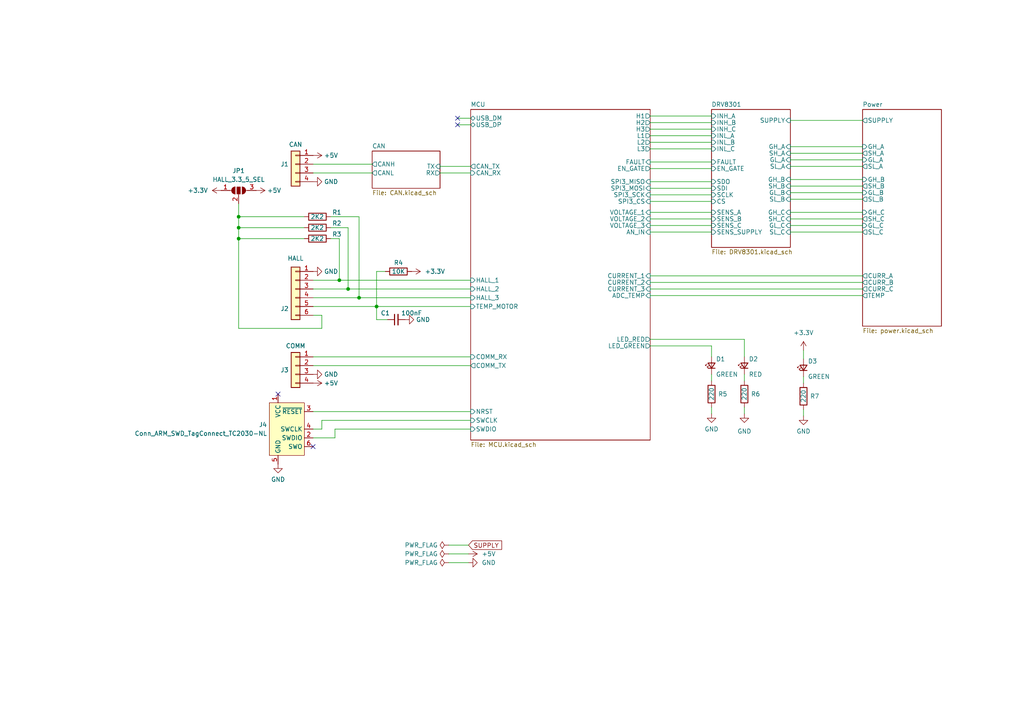
<source format=kicad_sch>
(kicad_sch (version 20230121) (generator eeschema)

  (uuid c247c2e5-94e2-4478-8dd5-8b3dad423a06)

  (paper "A4")

  (lib_symbols
    (symbol "Connector:Conn_ARM_SWD_TagConnect_TC2030-NL" (in_bom no) (on_board yes)
      (property "Reference" "J" (at 2.54 11.43 0)
        (effects (font (size 1.27 1.27)))
      )
      (property "Value" "Conn_ARM_SWD_TagConnect_TC2030-NL" (at 2.54 8.89 0)
        (effects (font (size 1.27 1.27)))
      )
      (property "Footprint" "Connector:Tag-Connect_TC2030-IDC-NL_2x03_P1.27mm_Vertical" (at 0 -17.78 0)
        (effects (font (size 1.27 1.27)) hide)
      )
      (property "Datasheet" "https://www.tag-connect.com/wp-content/uploads/bsk-pdf-manager/TC2030-CTX_1.pdf" (at 0 -15.24 0)
        (effects (font (size 1.27 1.27)) hide)
      )
      (property "ki_keywords" "Cortex Debug Connector ARM SWD JTAG" (at 0 0 0)
        (effects (font (size 1.27 1.27)) hide)
      )
      (property "ki_description" "Tag-Connect ARM Cortex SWD JTAG connector, 6 pin, no legs" (at 0 0 0)
        (effects (font (size 1.27 1.27)) hide)
      )
      (property "ki_fp_filters" "*TC2030*" (at 0 0 0)
        (effects (font (size 1.27 1.27)) hide)
      )
      (symbol "Conn_ARM_SWD_TagConnect_TC2030-NL_0_0"
        (pin power_in line (at -2.54 10.16 270) (length 2.54)
          (name "VCC" (effects (font (size 1.27 1.27))))
          (number "1" (effects (font (size 1.27 1.27))))
        )
        (pin bidirectional line (at 7.62 -2.54 180) (length 2.54)
          (name "SWDIO" (effects (font (size 1.27 1.27))))
          (number "2" (effects (font (size 1.27 1.27))))
          (alternate "TMS" bidirectional line)
        )
        (pin open_collector line (at 7.62 5.08 180) (length 2.54)
          (name "~{RESET}" (effects (font (size 1.27 1.27))))
          (number "3" (effects (font (size 1.27 1.27))))
        )
        (pin output line (at 7.62 0 180) (length 2.54)
          (name "SWCLK" (effects (font (size 1.27 1.27))))
          (number "4" (effects (font (size 1.27 1.27))))
          (alternate "TCK" output line)
        )
        (pin power_in line (at -2.54 -10.16 90) (length 2.54)
          (name "GND" (effects (font (size 1.27 1.27))))
          (number "5" (effects (font (size 1.27 1.27))))
        )
        (pin input line (at 7.62 -5.08 180) (length 2.54)
          (name "SWO" (effects (font (size 1.27 1.27))))
          (number "6" (effects (font (size 1.27 1.27))))
          (alternate "TDO" input line)
        )
      )
      (symbol "Conn_ARM_SWD_TagConnect_TC2030-NL_0_1"
        (rectangle (start -5.08 7.62) (end 5.08 -7.62)
          (stroke (width 0) (type default))
          (fill (type background))
        )
      )
    )
    (symbol "Connector_Generic:Conn_01x04" (pin_names (offset 1.016) hide) (in_bom yes) (on_board yes)
      (property "Reference" "J" (at 0 5.08 0)
        (effects (font (size 1.27 1.27)))
      )
      (property "Value" "Conn_01x04" (at 0 -7.62 0)
        (effects (font (size 1.27 1.27)))
      )
      (property "Footprint" "" (at 0 0 0)
        (effects (font (size 1.27 1.27)) hide)
      )
      (property "Datasheet" "~" (at 0 0 0)
        (effects (font (size 1.27 1.27)) hide)
      )
      (property "ki_keywords" "connector" (at 0 0 0)
        (effects (font (size 1.27 1.27)) hide)
      )
      (property "ki_description" "Generic connector, single row, 01x04, script generated (kicad-library-utils/schlib/autogen/connector/)" (at 0 0 0)
        (effects (font (size 1.27 1.27)) hide)
      )
      (property "ki_fp_filters" "Connector*:*_1x??_*" (at 0 0 0)
        (effects (font (size 1.27 1.27)) hide)
      )
      (symbol "Conn_01x04_1_1"
        (rectangle (start -1.27 -4.953) (end 0 -5.207)
          (stroke (width 0.1524) (type default))
          (fill (type none))
        )
        (rectangle (start -1.27 -2.413) (end 0 -2.667)
          (stroke (width 0.1524) (type default))
          (fill (type none))
        )
        (rectangle (start -1.27 0.127) (end 0 -0.127)
          (stroke (width 0.1524) (type default))
          (fill (type none))
        )
        (rectangle (start -1.27 2.667) (end 0 2.413)
          (stroke (width 0.1524) (type default))
          (fill (type none))
        )
        (rectangle (start -1.27 3.81) (end 1.27 -6.35)
          (stroke (width 0.254) (type default))
          (fill (type background))
        )
        (pin passive line (at -5.08 2.54 0) (length 3.81)
          (name "Pin_1" (effects (font (size 1.27 1.27))))
          (number "1" (effects (font (size 1.27 1.27))))
        )
        (pin passive line (at -5.08 0 0) (length 3.81)
          (name "Pin_2" (effects (font (size 1.27 1.27))))
          (number "2" (effects (font (size 1.27 1.27))))
        )
        (pin passive line (at -5.08 -2.54 0) (length 3.81)
          (name "Pin_3" (effects (font (size 1.27 1.27))))
          (number "3" (effects (font (size 1.27 1.27))))
        )
        (pin passive line (at -5.08 -5.08 0) (length 3.81)
          (name "Pin_4" (effects (font (size 1.27 1.27))))
          (number "4" (effects (font (size 1.27 1.27))))
        )
      )
    )
    (symbol "Connector_Generic:Conn_01x06" (pin_names (offset 1.016) hide) (in_bom yes) (on_board yes)
      (property "Reference" "J" (at 0 7.62 0)
        (effects (font (size 1.27 1.27)))
      )
      (property "Value" "Conn_01x06" (at 0 -10.16 0)
        (effects (font (size 1.27 1.27)))
      )
      (property "Footprint" "" (at 0 0 0)
        (effects (font (size 1.27 1.27)) hide)
      )
      (property "Datasheet" "~" (at 0 0 0)
        (effects (font (size 1.27 1.27)) hide)
      )
      (property "ki_keywords" "connector" (at 0 0 0)
        (effects (font (size 1.27 1.27)) hide)
      )
      (property "ki_description" "Generic connector, single row, 01x06, script generated (kicad-library-utils/schlib/autogen/connector/)" (at 0 0 0)
        (effects (font (size 1.27 1.27)) hide)
      )
      (property "ki_fp_filters" "Connector*:*_1x??_*" (at 0 0 0)
        (effects (font (size 1.27 1.27)) hide)
      )
      (symbol "Conn_01x06_1_1"
        (rectangle (start -1.27 -7.493) (end 0 -7.747)
          (stroke (width 0.1524) (type default))
          (fill (type none))
        )
        (rectangle (start -1.27 -4.953) (end 0 -5.207)
          (stroke (width 0.1524) (type default))
          (fill (type none))
        )
        (rectangle (start -1.27 -2.413) (end 0 -2.667)
          (stroke (width 0.1524) (type default))
          (fill (type none))
        )
        (rectangle (start -1.27 0.127) (end 0 -0.127)
          (stroke (width 0.1524) (type default))
          (fill (type none))
        )
        (rectangle (start -1.27 2.667) (end 0 2.413)
          (stroke (width 0.1524) (type default))
          (fill (type none))
        )
        (rectangle (start -1.27 5.207) (end 0 4.953)
          (stroke (width 0.1524) (type default))
          (fill (type none))
        )
        (rectangle (start -1.27 6.35) (end 1.27 -8.89)
          (stroke (width 0.254) (type default))
          (fill (type background))
        )
        (pin passive line (at -5.08 5.08 0) (length 3.81)
          (name "Pin_1" (effects (font (size 1.27 1.27))))
          (number "1" (effects (font (size 1.27 1.27))))
        )
        (pin passive line (at -5.08 2.54 0) (length 3.81)
          (name "Pin_2" (effects (font (size 1.27 1.27))))
          (number "2" (effects (font (size 1.27 1.27))))
        )
        (pin passive line (at -5.08 0 0) (length 3.81)
          (name "Pin_3" (effects (font (size 1.27 1.27))))
          (number "3" (effects (font (size 1.27 1.27))))
        )
        (pin passive line (at -5.08 -2.54 0) (length 3.81)
          (name "Pin_4" (effects (font (size 1.27 1.27))))
          (number "4" (effects (font (size 1.27 1.27))))
        )
        (pin passive line (at -5.08 -5.08 0) (length 3.81)
          (name "Pin_5" (effects (font (size 1.27 1.27))))
          (number "5" (effects (font (size 1.27 1.27))))
        )
        (pin passive line (at -5.08 -7.62 0) (length 3.81)
          (name "Pin_6" (effects (font (size 1.27 1.27))))
          (number "6" (effects (font (size 1.27 1.27))))
        )
      )
    )
    (symbol "Device:C_Small" (pin_numbers hide) (pin_names (offset 0.254) hide) (in_bom yes) (on_board yes)
      (property "Reference" "C" (at 0.254 1.778 0)
        (effects (font (size 1.27 1.27)) (justify left))
      )
      (property "Value" "C_Small" (at 0.254 -2.032 0)
        (effects (font (size 1.27 1.27)) (justify left))
      )
      (property "Footprint" "" (at 0 0 0)
        (effects (font (size 1.27 1.27)) hide)
      )
      (property "Datasheet" "~" (at 0 0 0)
        (effects (font (size 1.27 1.27)) hide)
      )
      (property "ki_keywords" "capacitor cap" (at 0 0 0)
        (effects (font (size 1.27 1.27)) hide)
      )
      (property "ki_description" "Unpolarized capacitor, small symbol" (at 0 0 0)
        (effects (font (size 1.27 1.27)) hide)
      )
      (property "ki_fp_filters" "C_*" (at 0 0 0)
        (effects (font (size 1.27 1.27)) hide)
      )
      (symbol "C_Small_0_1"
        (polyline
          (pts
            (xy -1.524 -0.508)
            (xy 1.524 -0.508)
          )
          (stroke (width 0.3302) (type default))
          (fill (type none))
        )
        (polyline
          (pts
            (xy -1.524 0.508)
            (xy 1.524 0.508)
          )
          (stroke (width 0.3048) (type default))
          (fill (type none))
        )
      )
      (symbol "C_Small_1_1"
        (pin passive line (at 0 2.54 270) (length 2.032)
          (name "~" (effects (font (size 1.27 1.27))))
          (number "1" (effects (font (size 1.27 1.27))))
        )
        (pin passive line (at 0 -2.54 90) (length 2.032)
          (name "~" (effects (font (size 1.27 1.27))))
          (number "2" (effects (font (size 1.27 1.27))))
        )
      )
    )
    (symbol "Device:LED_Small" (pin_numbers hide) (pin_names (offset 0.254) hide) (in_bom yes) (on_board yes)
      (property "Reference" "D" (at -1.27 3.175 0)
        (effects (font (size 1.27 1.27)) (justify left))
      )
      (property "Value" "LED_Small" (at -4.445 -2.54 0)
        (effects (font (size 1.27 1.27)) (justify left))
      )
      (property "Footprint" "" (at 0 0 90)
        (effects (font (size 1.27 1.27)) hide)
      )
      (property "Datasheet" "~" (at 0 0 90)
        (effects (font (size 1.27 1.27)) hide)
      )
      (property "ki_keywords" "LED diode light-emitting-diode" (at 0 0 0)
        (effects (font (size 1.27 1.27)) hide)
      )
      (property "ki_description" "Light emitting diode, small symbol" (at 0 0 0)
        (effects (font (size 1.27 1.27)) hide)
      )
      (property "ki_fp_filters" "LED* LED_SMD:* LED_THT:*" (at 0 0 0)
        (effects (font (size 1.27 1.27)) hide)
      )
      (symbol "LED_Small_0_1"
        (polyline
          (pts
            (xy -0.762 -1.016)
            (xy -0.762 1.016)
          )
          (stroke (width 0.254) (type default))
          (fill (type none))
        )
        (polyline
          (pts
            (xy 1.016 0)
            (xy -0.762 0)
          )
          (stroke (width 0) (type default))
          (fill (type none))
        )
        (polyline
          (pts
            (xy 0.762 -1.016)
            (xy -0.762 0)
            (xy 0.762 1.016)
            (xy 0.762 -1.016)
          )
          (stroke (width 0.254) (type default))
          (fill (type none))
        )
        (polyline
          (pts
            (xy 0 0.762)
            (xy -0.508 1.27)
            (xy -0.254 1.27)
            (xy -0.508 1.27)
            (xy -0.508 1.016)
          )
          (stroke (width 0) (type default))
          (fill (type none))
        )
        (polyline
          (pts
            (xy 0.508 1.27)
            (xy 0 1.778)
            (xy 0.254 1.778)
            (xy 0 1.778)
            (xy 0 1.524)
          )
          (stroke (width 0) (type default))
          (fill (type none))
        )
      )
      (symbol "LED_Small_1_1"
        (pin passive line (at -2.54 0 0) (length 1.778)
          (name "K" (effects (font (size 1.27 1.27))))
          (number "1" (effects (font (size 1.27 1.27))))
        )
        (pin passive line (at 2.54 0 180) (length 1.778)
          (name "A" (effects (font (size 1.27 1.27))))
          (number "2" (effects (font (size 1.27 1.27))))
        )
      )
    )
    (symbol "Device:R" (pin_numbers hide) (pin_names (offset 0)) (in_bom yes) (on_board yes)
      (property "Reference" "R" (at 2.032 0 90)
        (effects (font (size 1.27 1.27)))
      )
      (property "Value" "R" (at 0 0 90)
        (effects (font (size 1.27 1.27)))
      )
      (property "Footprint" "" (at -1.778 0 90)
        (effects (font (size 1.27 1.27)) hide)
      )
      (property "Datasheet" "~" (at 0 0 0)
        (effects (font (size 1.27 1.27)) hide)
      )
      (property "ki_keywords" "R res resistor" (at 0 0 0)
        (effects (font (size 1.27 1.27)) hide)
      )
      (property "ki_description" "Resistor" (at 0 0 0)
        (effects (font (size 1.27 1.27)) hide)
      )
      (property "ki_fp_filters" "R_*" (at 0 0 0)
        (effects (font (size 1.27 1.27)) hide)
      )
      (symbol "R_0_1"
        (rectangle (start -1.016 -2.54) (end 1.016 2.54)
          (stroke (width 0.254) (type default))
          (fill (type none))
        )
      )
      (symbol "R_1_1"
        (pin passive line (at 0 3.81 270) (length 1.27)
          (name "~" (effects (font (size 1.27 1.27))))
          (number "1" (effects (font (size 1.27 1.27))))
        )
        (pin passive line (at 0 -3.81 90) (length 1.27)
          (name "~" (effects (font (size 1.27 1.27))))
          (number "2" (effects (font (size 1.27 1.27))))
        )
      )
    )
    (symbol "Jumper:SolderJumper_3_Open" (pin_names (offset 0) hide) (in_bom yes) (on_board yes)
      (property "Reference" "JP" (at -2.54 -2.54 0)
        (effects (font (size 1.27 1.27)))
      )
      (property "Value" "SolderJumper_3_Open" (at 0 2.794 0)
        (effects (font (size 1.27 1.27)))
      )
      (property "Footprint" "" (at 0 0 0)
        (effects (font (size 1.27 1.27)) hide)
      )
      (property "Datasheet" "~" (at 0 0 0)
        (effects (font (size 1.27 1.27)) hide)
      )
      (property "ki_keywords" "Solder Jumper SPDT" (at 0 0 0)
        (effects (font (size 1.27 1.27)) hide)
      )
      (property "ki_description" "Solder Jumper, 3-pole, open" (at 0 0 0)
        (effects (font (size 1.27 1.27)) hide)
      )
      (property "ki_fp_filters" "SolderJumper*Open*" (at 0 0 0)
        (effects (font (size 1.27 1.27)) hide)
      )
      (symbol "SolderJumper_3_Open_0_1"
        (arc (start -1.016 1.016) (mid -2.0276 0) (end -1.016 -1.016)
          (stroke (width 0) (type default))
          (fill (type none))
        )
        (arc (start -1.016 1.016) (mid -2.0276 0) (end -1.016 -1.016)
          (stroke (width 0) (type default))
          (fill (type outline))
        )
        (rectangle (start -0.508 1.016) (end 0.508 -1.016)
          (stroke (width 0) (type default))
          (fill (type outline))
        )
        (polyline
          (pts
            (xy -2.54 0)
            (xy -2.032 0)
          )
          (stroke (width 0) (type default))
          (fill (type none))
        )
        (polyline
          (pts
            (xy -1.016 1.016)
            (xy -1.016 -1.016)
          )
          (stroke (width 0) (type default))
          (fill (type none))
        )
        (polyline
          (pts
            (xy 0 -1.27)
            (xy 0 -1.016)
          )
          (stroke (width 0) (type default))
          (fill (type none))
        )
        (polyline
          (pts
            (xy 1.016 1.016)
            (xy 1.016 -1.016)
          )
          (stroke (width 0) (type default))
          (fill (type none))
        )
        (polyline
          (pts
            (xy 2.54 0)
            (xy 2.032 0)
          )
          (stroke (width 0) (type default))
          (fill (type none))
        )
        (arc (start 1.016 -1.016) (mid 2.0276 0) (end 1.016 1.016)
          (stroke (width 0) (type default))
          (fill (type none))
        )
        (arc (start 1.016 -1.016) (mid 2.0276 0) (end 1.016 1.016)
          (stroke (width 0) (type default))
          (fill (type outline))
        )
      )
      (symbol "SolderJumper_3_Open_1_1"
        (pin passive line (at -5.08 0 0) (length 2.54)
          (name "A" (effects (font (size 1.27 1.27))))
          (number "1" (effects (font (size 1.27 1.27))))
        )
        (pin passive line (at 0 -3.81 90) (length 2.54)
          (name "C" (effects (font (size 1.27 1.27))))
          (number "2" (effects (font (size 1.27 1.27))))
        )
        (pin passive line (at 5.08 0 180) (length 2.54)
          (name "B" (effects (font (size 1.27 1.27))))
          (number "3" (effects (font (size 1.27 1.27))))
        )
      )
    )
    (symbol "power:+3.3V" (power) (pin_names (offset 0)) (in_bom yes) (on_board yes)
      (property "Reference" "#PWR" (at 0 -3.81 0)
        (effects (font (size 1.27 1.27)) hide)
      )
      (property "Value" "+3.3V" (at 0 3.556 0)
        (effects (font (size 1.27 1.27)))
      )
      (property "Footprint" "" (at 0 0 0)
        (effects (font (size 1.27 1.27)) hide)
      )
      (property "Datasheet" "" (at 0 0 0)
        (effects (font (size 1.27 1.27)) hide)
      )
      (property "ki_keywords" "global power" (at 0 0 0)
        (effects (font (size 1.27 1.27)) hide)
      )
      (property "ki_description" "Power symbol creates a global label with name \"+3.3V\"" (at 0 0 0)
        (effects (font (size 1.27 1.27)) hide)
      )
      (symbol "+3.3V_0_1"
        (polyline
          (pts
            (xy -0.762 1.27)
            (xy 0 2.54)
          )
          (stroke (width 0) (type default))
          (fill (type none))
        )
        (polyline
          (pts
            (xy 0 0)
            (xy 0 2.54)
          )
          (stroke (width 0) (type default))
          (fill (type none))
        )
        (polyline
          (pts
            (xy 0 2.54)
            (xy 0.762 1.27)
          )
          (stroke (width 0) (type default))
          (fill (type none))
        )
      )
      (symbol "+3.3V_1_1"
        (pin power_in line (at 0 0 90) (length 0) hide
          (name "+3.3V" (effects (font (size 1.27 1.27))))
          (number "1" (effects (font (size 1.27 1.27))))
        )
      )
    )
    (symbol "power:+5V" (power) (pin_names (offset 0)) (in_bom yes) (on_board yes)
      (property "Reference" "#PWR" (at 0 -3.81 0)
        (effects (font (size 1.27 1.27)) hide)
      )
      (property "Value" "+5V" (at 0 3.556 0)
        (effects (font (size 1.27 1.27)))
      )
      (property "Footprint" "" (at 0 0 0)
        (effects (font (size 1.27 1.27)) hide)
      )
      (property "Datasheet" "" (at 0 0 0)
        (effects (font (size 1.27 1.27)) hide)
      )
      (property "ki_keywords" "global power" (at 0 0 0)
        (effects (font (size 1.27 1.27)) hide)
      )
      (property "ki_description" "Power symbol creates a global label with name \"+5V\"" (at 0 0 0)
        (effects (font (size 1.27 1.27)) hide)
      )
      (symbol "+5V_0_1"
        (polyline
          (pts
            (xy -0.762 1.27)
            (xy 0 2.54)
          )
          (stroke (width 0) (type default))
          (fill (type none))
        )
        (polyline
          (pts
            (xy 0 0)
            (xy 0 2.54)
          )
          (stroke (width 0) (type default))
          (fill (type none))
        )
        (polyline
          (pts
            (xy 0 2.54)
            (xy 0.762 1.27)
          )
          (stroke (width 0) (type default))
          (fill (type none))
        )
      )
      (symbol "+5V_1_1"
        (pin power_in line (at 0 0 90) (length 0) hide
          (name "+5V" (effects (font (size 1.27 1.27))))
          (number "1" (effects (font (size 1.27 1.27))))
        )
      )
    )
    (symbol "power:GND" (power) (pin_names (offset 0)) (in_bom yes) (on_board yes)
      (property "Reference" "#PWR" (at 0 -6.35 0)
        (effects (font (size 1.27 1.27)) hide)
      )
      (property "Value" "GND" (at 0 -3.81 0)
        (effects (font (size 1.27 1.27)))
      )
      (property "Footprint" "" (at 0 0 0)
        (effects (font (size 1.27 1.27)) hide)
      )
      (property "Datasheet" "" (at 0 0 0)
        (effects (font (size 1.27 1.27)) hide)
      )
      (property "ki_keywords" "global power" (at 0 0 0)
        (effects (font (size 1.27 1.27)) hide)
      )
      (property "ki_description" "Power symbol creates a global label with name \"GND\" , ground" (at 0 0 0)
        (effects (font (size 1.27 1.27)) hide)
      )
      (symbol "GND_0_1"
        (polyline
          (pts
            (xy 0 0)
            (xy 0 -1.27)
            (xy 1.27 -1.27)
            (xy 0 -2.54)
            (xy -1.27 -1.27)
            (xy 0 -1.27)
          )
          (stroke (width 0) (type default))
          (fill (type none))
        )
      )
      (symbol "GND_1_1"
        (pin power_in line (at 0 0 270) (length 0) hide
          (name "GND" (effects (font (size 1.27 1.27))))
          (number "1" (effects (font (size 1.27 1.27))))
        )
      )
    )
    (symbol "power:PWR_FLAG" (power) (pin_numbers hide) (pin_names (offset 0) hide) (in_bom yes) (on_board yes)
      (property "Reference" "#FLG" (at 0 1.905 0)
        (effects (font (size 1.27 1.27)) hide)
      )
      (property "Value" "PWR_FLAG" (at 0 3.81 0)
        (effects (font (size 1.27 1.27)))
      )
      (property "Footprint" "" (at 0 0 0)
        (effects (font (size 1.27 1.27)) hide)
      )
      (property "Datasheet" "~" (at 0 0 0)
        (effects (font (size 1.27 1.27)) hide)
      )
      (property "ki_keywords" "flag power" (at 0 0 0)
        (effects (font (size 1.27 1.27)) hide)
      )
      (property "ki_description" "Special symbol for telling ERC where power comes from" (at 0 0 0)
        (effects (font (size 1.27 1.27)) hide)
      )
      (symbol "PWR_FLAG_0_0"
        (pin power_out line (at 0 0 90) (length 0)
          (name "pwr" (effects (font (size 1.27 1.27))))
          (number "1" (effects (font (size 1.27 1.27))))
        )
      )
      (symbol "PWR_FLAG_0_1"
        (polyline
          (pts
            (xy 0 0)
            (xy 0 1.27)
            (xy -1.016 1.905)
            (xy 0 2.54)
            (xy 1.016 1.905)
            (xy 0 1.27)
          )
          (stroke (width 0) (type default))
          (fill (type none))
        )
      )
    )
  )

  (junction (at 69.215 66.04) (diameter 0) (color 0 0 0 0)
    (uuid 1f8d46de-6c39-4f0c-86b2-a50097ca3152)
  )
  (junction (at 104.14 86.36) (diameter 0) (color 0 0 0 0)
    (uuid 2b8b9aae-e50d-4618-933f-dd5a3613d950)
  )
  (junction (at 98.425 81.28) (diameter 0) (color 0 0 0 0)
    (uuid 65b1dd5a-4e1d-499f-a411-81ebb0b9fe8f)
  )
  (junction (at 109.22 88.9) (diameter 0) (color 0 0 0 0)
    (uuid 7126b8c7-e28d-4dbe-88e2-c9e245787084)
  )
  (junction (at 69.215 62.865) (diameter 0) (color 0 0 0 0)
    (uuid a2895881-fd24-4faa-a833-9ffa7f313c5c)
  )
  (junction (at 100.965 83.82) (diameter 0) (color 0 0 0 0)
    (uuid ad394d5c-3e76-49aa-b5a2-314fca4e3dbd)
  )
  (junction (at 69.215 69.215) (diameter 0) (color 0 0 0 0)
    (uuid e4a47365-74a8-4a69-9faf-fbf90a4cd6ab)
  )

  (no_connect (at 132.715 36.195) (uuid 24f04f36-1f04-4592-bfb4-8935bf8cac90))
  (no_connect (at 132.715 34.29) (uuid 358a3cec-3ff2-4060-999a-e5eb3ac0e6d4))
  (no_connect (at 90.805 129.54) (uuid 35af501f-618e-472e-8f6d-cd3a24e40ec2))
  (no_connect (at 80.645 114.3) (uuid 4014fd30-ce43-498a-8da0-39fb05a60c91))

  (wire (pts (xy 188.595 35.56) (xy 206.375 35.56))
    (stroke (width 0) (type default))
    (uuid 05e23402-4e2a-4434-b9d4-502be23921f2)
  )
  (wire (pts (xy 188.595 43.18) (xy 206.375 43.18))
    (stroke (width 0) (type default))
    (uuid 07e7b8a9-73de-4ebe-9224-2c046d733442)
  )
  (wire (pts (xy 136.525 124.46) (xy 97.155 124.46))
    (stroke (width 0) (type default))
    (uuid 0e9ab9e5-ac63-479a-b1e4-90d5758707a5)
  )
  (wire (pts (xy 90.805 124.46) (xy 93.345 124.46))
    (stroke (width 0) (type default))
    (uuid 1178f7ad-364c-40bb-b507-cec3ec2f4ea5)
  )
  (wire (pts (xy 215.9 118.11) (xy 215.9 120.015))
    (stroke (width 0) (type default))
    (uuid 124f2148-eb01-44a4-bd32-8c57edb13ad9)
  )
  (wire (pts (xy 127.635 48.26) (xy 136.525 48.26))
    (stroke (width 0) (type default))
    (uuid 1490adce-bacb-4641-8275-a4aeddd5a8cd)
  )
  (wire (pts (xy 188.595 58.42) (xy 206.375 58.42))
    (stroke (width 0) (type default))
    (uuid 15ea9168-9f6d-474a-9022-9d642a8eb969)
  )
  (wire (pts (xy 132.715 36.195) (xy 136.525 36.195))
    (stroke (width 0) (type default))
    (uuid 1873beca-4ab3-46ab-99dc-567684bec237)
  )
  (wire (pts (xy 109.22 78.74) (xy 109.22 88.9))
    (stroke (width 0) (type default))
    (uuid 1c7531b5-d4fa-45ff-8f87-be17ea9b9103)
  )
  (wire (pts (xy 229.235 67.31) (xy 250.19 67.31))
    (stroke (width 0) (type default))
    (uuid 1dd9ff49-2694-43b5-b11f-863607fe9cb9)
  )
  (wire (pts (xy 93.345 91.44) (xy 93.345 95.25))
    (stroke (width 0) (type default))
    (uuid 1e5c6634-3089-49a9-a9a7-8300b2c5b10a)
  )
  (wire (pts (xy 188.595 80.01) (xy 250.19 80.01))
    (stroke (width 0) (type default))
    (uuid 208d1d17-f7e8-42c3-822f-fe8a99b6cf34)
  )
  (wire (pts (xy 130.175 158.115) (xy 135.89 158.115))
    (stroke (width 0) (type default))
    (uuid 30b15d79-0035-42b6-8d6f-849143294f06)
  )
  (wire (pts (xy 229.235 65.405) (xy 250.19 65.405))
    (stroke (width 0) (type default))
    (uuid 31bb4662-ff0c-4e84-bddd-d70e83d91599)
  )
  (wire (pts (xy 69.215 69.215) (xy 69.215 95.25))
    (stroke (width 0) (type default))
    (uuid 32c5468c-c5ce-425b-a87d-5bd33d912385)
  )
  (wire (pts (xy 95.885 66.04) (xy 100.965 66.04))
    (stroke (width 0) (type default))
    (uuid 39134833-0f04-4d9a-aa43-14d0a33d68fd)
  )
  (wire (pts (xy 188.595 98.425) (xy 215.9 98.425))
    (stroke (width 0) (type default))
    (uuid 39a24279-8973-4923-aa60-6f0a82affef6)
  )
  (wire (pts (xy 100.965 66.04) (xy 100.965 83.82))
    (stroke (width 0) (type default))
    (uuid 39c54c5e-b58c-4920-8b36-c7cacd1e06f6)
  )
  (wire (pts (xy 229.235 34.925) (xy 250.19 34.925))
    (stroke (width 0) (type default))
    (uuid 3c54c6cf-4835-4289-ba6d-4d22bd5b90aa)
  )
  (wire (pts (xy 206.375 100.33) (xy 206.375 103.505))
    (stroke (width 0) (type default))
    (uuid 3f3aac13-6af5-4670-a66a-28b8ff807165)
  )
  (wire (pts (xy 233.045 101.6) (xy 233.045 104.14))
    (stroke (width 0) (type default))
    (uuid 4063d0fa-8ed5-4bb2-b968-97aad2495d65)
  )
  (wire (pts (xy 188.595 56.515) (xy 206.375 56.515))
    (stroke (width 0) (type default))
    (uuid 43ca3009-863e-4e4a-96c1-401b0b65db78)
  )
  (wire (pts (xy 69.215 62.865) (xy 69.215 66.04))
    (stroke (width 0) (type default))
    (uuid 44143a0d-f0c5-4c1f-9125-fe208092e27f)
  )
  (wire (pts (xy 90.805 47.625) (xy 107.95 47.625))
    (stroke (width 0) (type default))
    (uuid 445284aa-cdaf-438b-96a6-baf8be5da4b8)
  )
  (wire (pts (xy 100.965 83.82) (xy 136.525 83.82))
    (stroke (width 0) (type default))
    (uuid 4699555c-4786-489c-aa81-2f6e07e880f7)
  )
  (wire (pts (xy 97.155 127) (xy 90.805 127))
    (stroke (width 0) (type default))
    (uuid 496abd60-15f5-425c-a8ac-75e3ed910188)
  )
  (wire (pts (xy 188.595 41.275) (xy 206.375 41.275))
    (stroke (width 0) (type default))
    (uuid 4992fba2-5217-41cd-babb-7563f6de73be)
  )
  (wire (pts (xy 109.22 88.9) (xy 136.525 88.9))
    (stroke (width 0) (type default))
    (uuid 4dfd1e68-2677-4716-9835-ca079f16f693)
  )
  (wire (pts (xy 93.345 124.46) (xy 93.345 121.92))
    (stroke (width 0) (type default))
    (uuid 54b8f183-5825-48dd-91dd-8d693663332a)
  )
  (wire (pts (xy 90.805 83.82) (xy 100.965 83.82))
    (stroke (width 0) (type default))
    (uuid 563f7b5c-5f1e-4086-8927-589533f5fa6b)
  )
  (wire (pts (xy 90.805 91.44) (xy 93.345 91.44))
    (stroke (width 0) (type default))
    (uuid 57ce18fa-cfda-48f3-88d7-0e3534024d60)
  )
  (wire (pts (xy 188.595 48.895) (xy 206.375 48.895))
    (stroke (width 0) (type default))
    (uuid 5ce81481-789d-436f-9ad1-7acf64a7038d)
  )
  (wire (pts (xy 90.805 119.38) (xy 136.525 119.38))
    (stroke (width 0) (type default))
    (uuid 5d8a2c41-022a-48e6-84d4-a3c34b2dc41f)
  )
  (wire (pts (xy 188.595 54.61) (xy 206.375 54.61))
    (stroke (width 0) (type default))
    (uuid 5db512c0-1388-4b9f-88a5-9d6515bebebe)
  )
  (wire (pts (xy 130.175 163.195) (xy 135.89 163.195))
    (stroke (width 0) (type default))
    (uuid 5df5090d-15f8-445b-a752-0239d60c4dcd)
  )
  (wire (pts (xy 188.595 63.5) (xy 206.375 63.5))
    (stroke (width 0) (type default))
    (uuid 652f85e1-1180-433e-ae83-e2ad7a43813e)
  )
  (wire (pts (xy 90.805 81.28) (xy 98.425 81.28))
    (stroke (width 0) (type default))
    (uuid 6db904ac-5ce2-4b5d-894f-b89134523275)
  )
  (wire (pts (xy 206.375 108.585) (xy 206.375 110.49))
    (stroke (width 0) (type default))
    (uuid 6f1d89dc-e44a-41c4-bd4b-93bed4aee995)
  )
  (wire (pts (xy 229.235 55.88) (xy 250.19 55.88))
    (stroke (width 0) (type default))
    (uuid 6f71c43a-1760-4615-8b0f-9313f9cbb3e6)
  )
  (wire (pts (xy 130.175 160.655) (xy 135.89 160.655))
    (stroke (width 0) (type default))
    (uuid 6fab334b-5632-4546-8cf3-5fc194cf2c29)
  )
  (wire (pts (xy 109.22 88.9) (xy 109.22 92.71))
    (stroke (width 0) (type default))
    (uuid 70a05d15-1f1b-4cc7-876e-ec39fd050fc0)
  )
  (wire (pts (xy 215.9 98.425) (xy 215.9 103.505))
    (stroke (width 0) (type default))
    (uuid 7118412b-494d-4146-b6d4-36646bd7d854)
  )
  (wire (pts (xy 109.22 92.71) (xy 112.395 92.71))
    (stroke (width 0) (type default))
    (uuid 72d4d3bb-0062-42bb-ae5c-e43dbe004c03)
  )
  (wire (pts (xy 229.235 48.26) (xy 250.19 48.26))
    (stroke (width 0) (type default))
    (uuid 7334a490-0b7d-47f3-ae61-b3a2aeeeb1d2)
  )
  (wire (pts (xy 233.045 118.745) (xy 233.045 120.65))
    (stroke (width 0) (type default))
    (uuid 7c547851-ac46-41d5-a27e-477f579c52e2)
  )
  (wire (pts (xy 69.215 59.055) (xy 69.215 62.865))
    (stroke (width 0) (type default))
    (uuid 7c7729af-db3c-47a3-9f03-d4e66d5ed9ff)
  )
  (wire (pts (xy 90.805 106.045) (xy 136.525 106.045))
    (stroke (width 0) (type default))
    (uuid 8050528f-e53e-4e99-af13-ef374767dd45)
  )
  (wire (pts (xy 90.805 86.36) (xy 104.14 86.36))
    (stroke (width 0) (type default))
    (uuid 83661584-af5f-47ed-a4a4-13c48a4a4c31)
  )
  (wire (pts (xy 127.635 50.165) (xy 136.525 50.165))
    (stroke (width 0) (type default))
    (uuid 847f9bf9-cb6e-4731-9c52-d0ea55b60199)
  )
  (wire (pts (xy 188.595 33.655) (xy 206.375 33.655))
    (stroke (width 0) (type default))
    (uuid 86ff24ba-797f-4338-8909-3038d00fccde)
  )
  (wire (pts (xy 229.235 53.975) (xy 250.19 53.975))
    (stroke (width 0) (type default))
    (uuid 88eadf0c-3264-4eaf-865b-7b471eacc3af)
  )
  (wire (pts (xy 233.045 109.22) (xy 233.045 111.125))
    (stroke (width 0) (type default))
    (uuid 95ce8ad7-5398-4b27-bc73-1757982ed26a)
  )
  (wire (pts (xy 69.215 66.04) (xy 88.265 66.04))
    (stroke (width 0) (type default))
    (uuid 98912b4c-4093-4ee7-92a3-05990eab2427)
  )
  (wire (pts (xy 188.595 100.33) (xy 206.375 100.33))
    (stroke (width 0) (type default))
    (uuid 9c2cfe15-fc44-4285-bdcb-2cc88ed6ba78)
  )
  (wire (pts (xy 229.235 63.5) (xy 250.19 63.5))
    (stroke (width 0) (type default))
    (uuid 9d8fc794-d3d5-47fa-b589-12b22815fadc)
  )
  (wire (pts (xy 188.595 39.37) (xy 206.375 39.37))
    (stroke (width 0) (type default))
    (uuid a9711458-33ea-4ce9-a02d-ab2520bf1052)
  )
  (wire (pts (xy 188.595 37.465) (xy 206.375 37.465))
    (stroke (width 0) (type default))
    (uuid aac70028-8b63-44b9-b00f-da90840919e7)
  )
  (wire (pts (xy 229.235 42.545) (xy 250.19 42.545))
    (stroke (width 0) (type default))
    (uuid add64361-ed7d-4fc2-b822-9ae6c5c9b9e4)
  )
  (wire (pts (xy 90.805 103.505) (xy 136.525 103.505))
    (stroke (width 0) (type default))
    (uuid af1d53b9-615a-4858-8623-662d26ef48be)
  )
  (wire (pts (xy 188.595 81.915) (xy 250.19 81.915))
    (stroke (width 0) (type default))
    (uuid b08f009b-8ae5-4110-b89e-a948242866de)
  )
  (wire (pts (xy 69.215 69.215) (xy 88.265 69.215))
    (stroke (width 0) (type default))
    (uuid b428e886-508b-46b3-8b58-ab21895c77e1)
  )
  (wire (pts (xy 188.595 65.405) (xy 206.375 65.405))
    (stroke (width 0) (type default))
    (uuid b88ff69e-01d4-481f-8c3c-b674d5eee48e)
  )
  (wire (pts (xy 229.235 52.07) (xy 250.19 52.07))
    (stroke (width 0) (type default))
    (uuid bda7408d-52cc-49ee-9425-7bdf89827e05)
  )
  (wire (pts (xy 95.885 69.215) (xy 98.425 69.215))
    (stroke (width 0) (type default))
    (uuid be0b2844-6fb5-4fe7-83fb-5f08dc72f98d)
  )
  (wire (pts (xy 229.235 46.355) (xy 250.19 46.355))
    (stroke (width 0) (type default))
    (uuid c252fe8f-f48a-415a-aedb-7b79a91287b5)
  )
  (wire (pts (xy 111.76 78.74) (xy 109.22 78.74))
    (stroke (width 0) (type default))
    (uuid c52874db-6b5e-4dd4-ab57-a2765c151f90)
  )
  (wire (pts (xy 69.215 66.04) (xy 69.215 69.215))
    (stroke (width 0) (type default))
    (uuid c8069187-a71d-428c-9891-7702d436ac50)
  )
  (wire (pts (xy 229.235 57.785) (xy 250.19 57.785))
    (stroke (width 0) (type default))
    (uuid cca29ed2-bc0f-4127-8f74-650b36cc1155)
  )
  (wire (pts (xy 188.595 52.705) (xy 206.375 52.705))
    (stroke (width 0) (type default))
    (uuid ccab69c5-070a-40b6-93f5-e0c2ba084b8c)
  )
  (wire (pts (xy 104.14 86.36) (xy 136.525 86.36))
    (stroke (width 0) (type default))
    (uuid d2e1c0d9-7b6b-4226-a204-ef9f65d97117)
  )
  (wire (pts (xy 188.595 67.31) (xy 206.375 67.31))
    (stroke (width 0) (type default))
    (uuid d4cd1566-1c02-4ae0-be1a-389868bed9c0)
  )
  (wire (pts (xy 132.715 34.29) (xy 136.525 34.29))
    (stroke (width 0) (type default))
    (uuid da2c339c-317c-424f-9363-1e084571322f)
  )
  (wire (pts (xy 95.885 62.865) (xy 104.14 62.865))
    (stroke (width 0) (type default))
    (uuid e3e3f3ff-b9a3-45d6-be38-e67e99b50f58)
  )
  (wire (pts (xy 90.805 50.165) (xy 107.95 50.165))
    (stroke (width 0) (type default))
    (uuid e512f775-0201-4b83-a2cf-5420fc99ae42)
  )
  (wire (pts (xy 229.235 44.45) (xy 250.19 44.45))
    (stroke (width 0) (type default))
    (uuid e59b6c09-d897-4c97-ae17-89e4eb7b0c2a)
  )
  (wire (pts (xy 104.14 62.865) (xy 104.14 86.36))
    (stroke (width 0) (type default))
    (uuid e7a76325-8912-4c24-b5ff-c8976a00258f)
  )
  (wire (pts (xy 229.235 61.595) (xy 250.19 61.595))
    (stroke (width 0) (type default))
    (uuid efd20a34-dc29-4384-b94c-981a7ac950db)
  )
  (wire (pts (xy 97.155 124.46) (xy 97.155 127))
    (stroke (width 0) (type default))
    (uuid f0f5771b-5363-4b24-ad43-a3182c0f0cba)
  )
  (wire (pts (xy 188.595 46.99) (xy 206.375 46.99))
    (stroke (width 0) (type default))
    (uuid f1fdd962-e0b7-4e68-9e3e-533b7c2fd8f4)
  )
  (wire (pts (xy 215.9 108.585) (xy 215.9 110.49))
    (stroke (width 0) (type default))
    (uuid f32ba7b6-edd1-44db-b9b8-9ae9577a5213)
  )
  (wire (pts (xy 88.265 62.865) (xy 69.215 62.865))
    (stroke (width 0) (type default))
    (uuid f4118f78-8b85-46a2-b54e-01302389443f)
  )
  (wire (pts (xy 90.805 88.9) (xy 109.22 88.9))
    (stroke (width 0) (type default))
    (uuid f48d8d0c-46a9-48a8-b23f-35d9ea57c3e3)
  )
  (wire (pts (xy 206.375 118.11) (xy 206.375 120.015))
    (stroke (width 0) (type default))
    (uuid f4a1a38c-36a8-4a08-81ad-8b957d7a0a1e)
  )
  (wire (pts (xy 188.595 83.82) (xy 250.19 83.82))
    (stroke (width 0) (type default))
    (uuid f8b8927b-a28b-4338-94b9-1e0463d8af72)
  )
  (wire (pts (xy 98.425 69.215) (xy 98.425 81.28))
    (stroke (width 0) (type default))
    (uuid f986589f-d43b-4527-85a2-49a47bb30f91)
  )
  (wire (pts (xy 188.595 61.595) (xy 206.375 61.595))
    (stroke (width 0) (type default))
    (uuid fac231a3-21e9-4c91-93e3-5b4ea1aadf1f)
  )
  (wire (pts (xy 98.425 81.28) (xy 136.525 81.28))
    (stroke (width 0) (type default))
    (uuid fc8cc963-cf7b-4522-af21-cd2afdc1c119)
  )
  (wire (pts (xy 93.345 121.92) (xy 136.525 121.92))
    (stroke (width 0) (type default))
    (uuid fd04f187-eb4f-4dbe-955a-befe926f4fca)
  )
  (wire (pts (xy 93.345 95.25) (xy 69.215 95.25))
    (stroke (width 0) (type default))
    (uuid fd48b105-7110-4acd-a69c-1161d4497d96)
  )
  (wire (pts (xy 188.595 85.725) (xy 250.19 85.725))
    (stroke (width 0) (type default))
    (uuid feaac62b-c21e-4306-b08a-7d3d9bae70eb)
  )

  (global_label "SUPPLY" (shape input) (at 135.89 158.115 0) (fields_autoplaced)
    (effects (font (size 1.27 1.27)) (justify left))
    (uuid 098659e2-76db-46c2-b4a5-929b8c46d3b2)
    (property "Intersheetrefs" "${INTERSHEET_REFS}" (at 146.0719 158.115 0)
      (effects (font (size 1.27 1.27)) (justify left) hide)
    )
  )

  (symbol (lib_id "power:GND") (at 80.645 134.62 0) (unit 1)
    (in_bom yes) (on_board yes) (dnp no) (fields_autoplaced)
    (uuid 0f4b599c-dc9e-40c6-869f-63e133076083)
    (property "Reference" "#PWR08" (at 80.645 140.97 0)
      (effects (font (size 1.27 1.27)) hide)
    )
    (property "Value" "GND" (at 80.645 139.065 0)
      (effects (font (size 1.27 1.27)))
    )
    (property "Footprint" "" (at 80.645 134.62 0)
      (effects (font (size 1.27 1.27)) hide)
    )
    (property "Datasheet" "" (at 80.645 134.62 0)
      (effects (font (size 1.27 1.27)) hide)
    )
    (pin "1" (uuid 1063737e-b0f9-4ac3-8d67-9f17e7e747d4))
    (instances
      (project "vesc6"
        (path "/c247c2e5-94e2-4478-8dd5-8b3dad423a06"
          (reference "#PWR08") (unit 1)
        )
      )
    )
  )

  (symbol (lib_id "power:PWR_FLAG") (at 130.175 163.195 90) (unit 1)
    (in_bom yes) (on_board yes) (dnp no) (fields_autoplaced)
    (uuid 147c9b25-201e-4550-a2e2-8686e9eee78c)
    (property "Reference" "#FLG03" (at 128.27 163.195 0)
      (effects (font (size 1.27 1.27)) hide)
    )
    (property "Value" "PWR_FLAG" (at 127 163.195 90)
      (effects (font (size 1.27 1.27)) (justify left))
    )
    (property "Footprint" "" (at 130.175 163.195 0)
      (effects (font (size 1.27 1.27)) hide)
    )
    (property "Datasheet" "~" (at 130.175 163.195 0)
      (effects (font (size 1.27 1.27)) hide)
    )
    (pin "1" (uuid c0b37d6a-387d-4d11-a644-6c5ddb40db5e))
    (instances
      (project "vesc6"
        (path "/c247c2e5-94e2-4478-8dd5-8b3dad423a06"
          (reference "#FLG03") (unit 1)
        )
      )
    )
  )

  (symbol (lib_id "power:GND") (at 233.045 120.65 0) (unit 1)
    (in_bom yes) (on_board yes) (dnp no) (fields_autoplaced)
    (uuid 20a84c2b-eff5-4727-a10b-a4dc5adc9f0d)
    (property "Reference" "#PWR016" (at 233.045 127 0)
      (effects (font (size 1.27 1.27)) hide)
    )
    (property "Value" "GND" (at 233.045 125.095 0)
      (effects (font (size 1.27 1.27)))
    )
    (property "Footprint" "" (at 233.045 120.65 0)
      (effects (font (size 1.27 1.27)) hide)
    )
    (property "Datasheet" "" (at 233.045 120.65 0)
      (effects (font (size 1.27 1.27)) hide)
    )
    (pin "1" (uuid 19497a09-c032-4e30-bc88-ac22c38f815d))
    (instances
      (project "vesc6"
        (path "/c247c2e5-94e2-4478-8dd5-8b3dad423a06"
          (reference "#PWR016") (unit 1)
        )
      )
    )
  )

  (symbol (lib_id "power:GND") (at 90.805 78.74 90) (unit 1)
    (in_bom yes) (on_board yes) (dnp no) (fields_autoplaced)
    (uuid 23584325-528b-4402-a4ed-63d8514aa5b4)
    (property "Reference" "#PWR05" (at 97.155 78.74 0)
      (effects (font (size 1.27 1.27)) hide)
    )
    (property "Value" "GND" (at 93.98 78.74 90)
      (effects (font (size 1.27 1.27)) (justify right))
    )
    (property "Footprint" "" (at 90.805 78.74 0)
      (effects (font (size 1.27 1.27)) hide)
    )
    (property "Datasheet" "" (at 90.805 78.74 0)
      (effects (font (size 1.27 1.27)) hide)
    )
    (pin "1" (uuid 2e508fff-3968-4086-be7f-e39e3ec228ee))
    (instances
      (project "vesc6"
        (path "/c247c2e5-94e2-4478-8dd5-8b3dad423a06"
          (reference "#PWR05") (unit 1)
        )
      )
    )
  )

  (symbol (lib_id "Device:R") (at 92.075 66.04 90) (unit 1)
    (in_bom yes) (on_board yes) (dnp no)
    (uuid 2fb1cf39-db31-4739-b062-a7d4eb1f9aa0)
    (property "Reference" "R2" (at 99.06 64.77 90)
      (effects (font (size 1.27 1.27)) (justify left))
    )
    (property "Value" "2K2" (at 93.98 66.04 90)
      (effects (font (size 1.27 1.27)) (justify left))
    )
    (property "Footprint" "Capacitor_SMD:C_0402_1005Metric" (at 92.075 67.818 90)
      (effects (font (size 1.27 1.27)) hide)
    )
    (property "Datasheet" "~" (at 92.075 66.04 0)
      (effects (font (size 1.27 1.27)) hide)
    )
    (property "LCSC" "C25879" (at 92.075 66.04 0)
      (effects (font (size 1.27 1.27)) hide)
    )
    (pin "1" (uuid 709b618d-562b-4c3b-8ebb-41c0d73d3504))
    (pin "2" (uuid 063ebb02-9b0c-497b-afae-4ea96200ff9e))
    (instances
      (project "vesc6"
        (path "/c247c2e5-94e2-4478-8dd5-8b3dad423a06"
          (reference "R2") (unit 1)
        )
      )
    )
  )

  (symbol (lib_id "power:+3.3V") (at 119.38 78.74 270) (unit 1)
    (in_bom yes) (on_board yes) (dnp no) (fields_autoplaced)
    (uuid 33679b22-872d-47fa-9c8f-b69adfc27308)
    (property "Reference" "#PWR010" (at 115.57 78.74 0)
      (effects (font (size 1.27 1.27)) hide)
    )
    (property "Value" "+3.3V" (at 123.19 78.74 90)
      (effects (font (size 1.27 1.27)) (justify left))
    )
    (property "Footprint" "" (at 119.38 78.74 0)
      (effects (font (size 1.27 1.27)) hide)
    )
    (property "Datasheet" "" (at 119.38 78.74 0)
      (effects (font (size 1.27 1.27)) hide)
    )
    (pin "1" (uuid 2e945fc8-b66e-4d3e-af96-7e8430310f70))
    (instances
      (project "vesc6"
        (path "/c247c2e5-94e2-4478-8dd5-8b3dad423a06"
          (reference "#PWR010") (unit 1)
        )
      )
    )
  )

  (symbol (lib_id "Device:R") (at 206.375 114.3 0) (unit 1)
    (in_bom yes) (on_board yes) (dnp no)
    (uuid 34f6a122-a853-4e04-8364-a85a55a0731c)
    (property "Reference" "R5" (at 208.28 114.3 0)
      (effects (font (size 1.27 1.27)) (justify left))
    )
    (property "Value" "220" (at 206.375 116.205 90)
      (effects (font (size 1.27 1.27)) (justify left))
    )
    (property "Footprint" "Resistor_SMD:R_0402_1005Metric" (at 204.597 114.3 90)
      (effects (font (size 1.27 1.27)) hide)
    )
    (property "Datasheet" "~" (at 206.375 114.3 0)
      (effects (font (size 1.27 1.27)) hide)
    )
    (property "LCSC" "C25091" (at 206.375 114.3 0)
      (effects (font (size 1.27 1.27)) hide)
    )
    (pin "1" (uuid de4f2b51-591a-4c4e-a694-64986a13e081))
    (pin "2" (uuid 48426bad-8ab5-491f-8c80-f4de73468a92))
    (instances
      (project "vesc6"
        (path "/c247c2e5-94e2-4478-8dd5-8b3dad423a06"
          (reference "R5") (unit 1)
        )
      )
    )
  )

  (symbol (lib_id "Device:LED_Small") (at 206.375 106.045 90) (unit 1)
    (in_bom yes) (on_board yes) (dnp no)
    (uuid 3c4505de-939b-4c62-a609-eba708c7f27f)
    (property "Reference" "D1" (at 207.645 104.14 90)
      (effects (font (size 1.27 1.27)) (justify right))
    )
    (property "Value" "GREEN" (at 207.645 108.585 90)
      (effects (font (size 1.27 1.27)) (justify right))
    )
    (property "Footprint" "Capacitor_SMD:C_0603_1608Metric" (at 206.375 106.045 90)
      (effects (font (size 1.27 1.27)) hide)
    )
    (property "Datasheet" "~" (at 206.375 106.045 90)
      (effects (font (size 1.27 1.27)) hide)
    )
    (property "LCSC" "C72043" (at 206.375 106.045 90)
      (effects (font (size 1.27 1.27)) hide)
    )
    (pin "1" (uuid 55dcc9ee-0085-44cc-9d1b-15d064288f14))
    (pin "2" (uuid aa48dab2-a063-4861-b071-6c0d57597c7c))
    (instances
      (project "vesc6"
        (path "/c247c2e5-94e2-4478-8dd5-8b3dad423a06"
          (reference "D1") (unit 1)
        )
      )
    )
  )

  (symbol (lib_id "power:GND") (at 215.9 120.015 0) (unit 1)
    (in_bom yes) (on_board yes) (dnp no) (fields_autoplaced)
    (uuid 3ce6df58-a82b-429e-ba01-5aae111e30b0)
    (property "Reference" "#PWR014" (at 215.9 126.365 0)
      (effects (font (size 1.27 1.27)) hide)
    )
    (property "Value" "GND" (at 215.9 125.095 0)
      (effects (font (size 1.27 1.27)))
    )
    (property "Footprint" "" (at 215.9 120.015 0)
      (effects (font (size 1.27 1.27)) hide)
    )
    (property "Datasheet" "" (at 215.9 120.015 0)
      (effects (font (size 1.27 1.27)) hide)
    )
    (pin "1" (uuid 082965da-31f8-4065-b8c1-22384335912c))
    (instances
      (project "vesc6"
        (path "/c247c2e5-94e2-4478-8dd5-8b3dad423a06"
          (reference "#PWR014") (unit 1)
        )
      )
    )
  )

  (symbol (lib_id "power:GND") (at 90.805 52.705 90) (unit 1)
    (in_bom yes) (on_board yes) (dnp no) (fields_autoplaced)
    (uuid 3fcfad4d-e11f-417a-8c38-a7ad223264c4)
    (property "Reference" "#PWR04" (at 97.155 52.705 0)
      (effects (font (size 1.27 1.27)) hide)
    )
    (property "Value" "GND" (at 93.98 52.705 90)
      (effects (font (size 1.27 1.27)) (justify right))
    )
    (property "Footprint" "" (at 90.805 52.705 0)
      (effects (font (size 1.27 1.27)) hide)
    )
    (property "Datasheet" "" (at 90.805 52.705 0)
      (effects (font (size 1.27 1.27)) hide)
    )
    (pin "1" (uuid 1473794f-e1fb-4787-b3c5-b0024cf91641))
    (instances
      (project "vesc6"
        (path "/c247c2e5-94e2-4478-8dd5-8b3dad423a06"
          (reference "#PWR04") (unit 1)
        )
      )
    )
  )

  (symbol (lib_id "power:GND") (at 90.805 108.585 90) (unit 1)
    (in_bom yes) (on_board yes) (dnp no) (fields_autoplaced)
    (uuid 468bb21c-a921-447d-8f65-94a8d6c98ece)
    (property "Reference" "#PWR06" (at 97.155 108.585 0)
      (effects (font (size 1.27 1.27)) hide)
    )
    (property "Value" "GND" (at 93.98 108.585 90)
      (effects (font (size 1.27 1.27)) (justify right))
    )
    (property "Footprint" "" (at 90.805 108.585 0)
      (effects (font (size 1.27 1.27)) hide)
    )
    (property "Datasheet" "" (at 90.805 108.585 0)
      (effects (font (size 1.27 1.27)) hide)
    )
    (pin "1" (uuid ea2f9bd0-f2e0-40da-bf1a-50736c264f3f))
    (instances
      (project "vesc6"
        (path "/c247c2e5-94e2-4478-8dd5-8b3dad423a06"
          (reference "#PWR06") (unit 1)
        )
      )
    )
  )

  (symbol (lib_id "Connector:Conn_ARM_SWD_TagConnect_TC2030-NL") (at 83.185 124.46 0) (unit 1)
    (in_bom no) (on_board yes) (dnp no) (fields_autoplaced)
    (uuid 55e718af-fd75-4dde-adcc-2af3b28eddc0)
    (property "Reference" "J4" (at 77.47 123.19 0)
      (effects (font (size 1.27 1.27)) (justify right))
    )
    (property "Value" "Conn_ARM_SWD_TagConnect_TC2030-NL" (at 77.47 125.73 0)
      (effects (font (size 1.27 1.27)) (justify right))
    )
    (property "Footprint" "Connector:Tag-Connect_TC2030-IDC-NL_2x03_P1.27mm_Vertical" (at 83.185 142.24 0)
      (effects (font (size 1.27 1.27)) hide)
    )
    (property "Datasheet" "https://www.tag-connect.com/wp-content/uploads/bsk-pdf-manager/TC2030-CTX_1.pdf" (at 83.185 139.7 0)
      (effects (font (size 1.27 1.27)) hide)
    )
    (pin "6" (uuid bef31d41-e7ca-4953-9135-e2a4a645d276))
    (pin "1" (uuid 8fb48d78-0a10-4d4e-a83c-bbe830e12391))
    (pin "3" (uuid e30bce31-fb97-497a-87c5-609a5515ab52))
    (pin "5" (uuid e37ccd71-af75-4f7f-80f2-ae8667e87bbf))
    (pin "2" (uuid e8d3c7fd-66a5-44ce-ba0e-f7196c691d80))
    (pin "4" (uuid 42775301-1f21-4a41-9adc-364975309f4d))
    (instances
      (project "vesc6"
        (path "/c247c2e5-94e2-4478-8dd5-8b3dad423a06"
          (reference "J4") (unit 1)
        )
      )
    )
  )

  (symbol (lib_id "power:+3.3V") (at 233.045 101.6 0) (unit 1)
    (in_bom yes) (on_board yes) (dnp no) (fields_autoplaced)
    (uuid 5837b6f5-3d16-4969-8cba-79a5018ce569)
    (property "Reference" "#PWR015" (at 233.045 105.41 0)
      (effects (font (size 1.27 1.27)) hide)
    )
    (property "Value" "+3.3V" (at 233.045 96.52 0)
      (effects (font (size 1.27 1.27)))
    )
    (property "Footprint" "" (at 233.045 101.6 0)
      (effects (font (size 1.27 1.27)) hide)
    )
    (property "Datasheet" "" (at 233.045 101.6 0)
      (effects (font (size 1.27 1.27)) hide)
    )
    (pin "1" (uuid 20b591f8-070a-49b1-99c9-ddc6b6f2399d))
    (instances
      (project "vesc6"
        (path "/c247c2e5-94e2-4478-8dd5-8b3dad423a06"
          (reference "#PWR015") (unit 1)
        )
      )
    )
  )

  (symbol (lib_id "power:GND") (at 117.475 92.71 90) (unit 1)
    (in_bom yes) (on_board yes) (dnp no) (fields_autoplaced)
    (uuid 59e50f7f-706e-4261-b627-99fda0a995b9)
    (property "Reference" "#PWR09" (at 123.825 92.71 0)
      (effects (font (size 1.27 1.27)) hide)
    )
    (property "Value" "GND" (at 120.65 92.71 90)
      (effects (font (size 1.27 1.27)) (justify right))
    )
    (property "Footprint" "" (at 117.475 92.71 0)
      (effects (font (size 1.27 1.27)) hide)
    )
    (property "Datasheet" "" (at 117.475 92.71 0)
      (effects (font (size 1.27 1.27)) hide)
    )
    (pin "1" (uuid 8b047b60-5698-4226-81fe-7f9a28258796))
    (instances
      (project "vesc6"
        (path "/c247c2e5-94e2-4478-8dd5-8b3dad423a06"
          (reference "#PWR09") (unit 1)
        )
      )
    )
  )

  (symbol (lib_id "Device:C_Small") (at 114.935 92.71 90) (unit 1)
    (in_bom yes) (on_board yes) (dnp no)
    (uuid 5f0162e9-7200-41fa-acfc-de8a649c5fe9)
    (property "Reference" "C1" (at 111.76 90.805 90)
      (effects (font (size 1.27 1.27)))
    )
    (property "Value" "100nF" (at 119.38 90.805 90)
      (effects (font (size 1.27 1.27)))
    )
    (property "Footprint" "Capacitor_SMD:C_0402_1005Metric" (at 114.935 92.71 0)
      (effects (font (size 1.27 1.27)) hide)
    )
    (property "Datasheet" "~" (at 114.935 92.71 0)
      (effects (font (size 1.27 1.27)) hide)
    )
    (property "LCSC" "C307331" (at 114.935 92.71 0)
      (effects (font (size 1.27 1.27)) hide)
    )
    (pin "2" (uuid 7bb08f37-28c8-4bc4-b4d2-427eaac21e96))
    (pin "1" (uuid a14ac6a1-3c74-48d9-bd68-a7307a950ade))
    (instances
      (project "vesc6"
        (path "/c247c2e5-94e2-4478-8dd5-8b3dad423a06"
          (reference "C1") (unit 1)
        )
      )
    )
  )

  (symbol (lib_id "Device:R") (at 92.075 69.215 90) (unit 1)
    (in_bom yes) (on_board yes) (dnp no)
    (uuid 60474bb6-6340-4c2b-966e-aa0ecab65b22)
    (property "Reference" "R3" (at 99.06 67.945 90)
      (effects (font (size 1.27 1.27)) (justify left))
    )
    (property "Value" "2K2" (at 93.98 69.215 90)
      (effects (font (size 1.27 1.27)) (justify left))
    )
    (property "Footprint" "Capacitor_SMD:C_0402_1005Metric" (at 92.075 70.993 90)
      (effects (font (size 1.27 1.27)) hide)
    )
    (property "Datasheet" "~" (at 92.075 69.215 0)
      (effects (font (size 1.27 1.27)) hide)
    )
    (property "LCSC" "C25879" (at 92.075 69.215 0)
      (effects (font (size 1.27 1.27)) hide)
    )
    (pin "1" (uuid 02a7a310-e20b-458d-bccf-be0057a449fc))
    (pin "2" (uuid 686bc029-32ad-4209-b058-acd43bfb2e5a))
    (instances
      (project "vesc6"
        (path "/c247c2e5-94e2-4478-8dd5-8b3dad423a06"
          (reference "R3") (unit 1)
        )
      )
    )
  )

  (symbol (lib_id "power:+5V") (at 135.89 160.655 270) (unit 1)
    (in_bom yes) (on_board yes) (dnp no) (fields_autoplaced)
    (uuid 774d5600-5055-49f3-8fca-dc5da49f8c93)
    (property "Reference" "#PWR011" (at 132.08 160.655 0)
      (effects (font (size 1.27 1.27)) hide)
    )
    (property "Value" "+5V" (at 139.7 160.655 90)
      (effects (font (size 1.27 1.27)) (justify left))
    )
    (property "Footprint" "" (at 135.89 160.655 0)
      (effects (font (size 1.27 1.27)) hide)
    )
    (property "Datasheet" "" (at 135.89 160.655 0)
      (effects (font (size 1.27 1.27)) hide)
    )
    (pin "1" (uuid 86c13ddb-62f0-4d1a-9ee0-6661437c3703))
    (instances
      (project "vesc6"
        (path "/c247c2e5-94e2-4478-8dd5-8b3dad423a06"
          (reference "#PWR011") (unit 1)
        )
      )
    )
  )

  (symbol (lib_id "power:+3.3V") (at 64.135 55.245 90) (unit 1)
    (in_bom yes) (on_board yes) (dnp no) (fields_autoplaced)
    (uuid 8e76fcb1-db4e-40a3-a0ba-5e825656b366)
    (property "Reference" "#PWR01" (at 67.945 55.245 0)
      (effects (font (size 1.27 1.27)) hide)
    )
    (property "Value" "+3.3V" (at 60.325 55.245 90)
      (effects (font (size 1.27 1.27)) (justify left))
    )
    (property "Footprint" "" (at 64.135 55.245 0)
      (effects (font (size 1.27 1.27)) hide)
    )
    (property "Datasheet" "" (at 64.135 55.245 0)
      (effects (font (size 1.27 1.27)) hide)
    )
    (pin "1" (uuid ad0e9dd7-d3c8-43c7-bb66-a2d66d04e182))
    (instances
      (project "vesc6"
        (path "/c247c2e5-94e2-4478-8dd5-8b3dad423a06"
          (reference "#PWR01") (unit 1)
        )
      )
    )
  )

  (symbol (lib_id "Device:LED_Small") (at 233.045 106.68 90) (unit 1)
    (in_bom yes) (on_board yes) (dnp no)
    (uuid 93a26869-77ab-4c93-a4c2-dc58e1a278e3)
    (property "Reference" "D3" (at 234.315 104.775 90)
      (effects (font (size 1.27 1.27)) (justify right))
    )
    (property "Value" "GREEN" (at 234.315 109.22 90)
      (effects (font (size 1.27 1.27)) (justify right))
    )
    (property "Footprint" "Capacitor_SMD:C_0603_1608Metric" (at 233.045 106.68 90)
      (effects (font (size 1.27 1.27)) hide)
    )
    (property "Datasheet" "~" (at 233.045 106.68 90)
      (effects (font (size 1.27 1.27)) hide)
    )
    (property "LCSC" "C72043" (at 233.045 106.68 90)
      (effects (font (size 1.27 1.27)) hide)
    )
    (pin "1" (uuid f0bc5803-71ea-41df-8430-f79160fe01f5))
    (pin "2" (uuid 4be382fd-5779-424b-9ac2-7d8789ef04c6))
    (instances
      (project "vesc6"
        (path "/c247c2e5-94e2-4478-8dd5-8b3dad423a06"
          (reference "D3") (unit 1)
        )
      )
    )
  )

  (symbol (lib_id "Connector_Generic:Conn_01x04") (at 85.725 47.625 0) (mirror y) (unit 1)
    (in_bom yes) (on_board yes) (dnp no)
    (uuid 94b74edf-10d5-49d9-a957-470c55a7414d)
    (property "Reference" "J1" (at 82.55 47.625 0)
      (effects (font (size 1.27 1.27)))
    )
    (property "Value" "CAN" (at 85.725 41.91 0)
      (effects (font (size 1.27 1.27)))
    )
    (property "Footprint" "Connector_JST:JST_PH_B4B-PH-K_1x04_P2.00mm_Vertical" (at 85.725 47.625 0)
      (effects (font (size 1.27 1.27)) hide)
    )
    (property "Datasheet" "~" (at 85.725 47.625 0)
      (effects (font (size 1.27 1.27)) hide)
    )
    (pin "1" (uuid 03315732-031b-4860-8432-bb9edd1aa48f))
    (pin "4" (uuid b9dfc800-66f1-41ac-92b0-99c4c7b8bec8))
    (pin "3" (uuid 6f54b16e-ab50-4205-98ea-f0a9812ff56d))
    (pin "2" (uuid bae0b5e9-0b01-4ab1-9fc0-1e0f51dd80c2))
    (instances
      (project "vesc6"
        (path "/c247c2e5-94e2-4478-8dd5-8b3dad423a06"
          (reference "J1") (unit 1)
        )
      )
    )
  )

  (symbol (lib_id "Device:R") (at 92.075 62.865 90) (unit 1)
    (in_bom yes) (on_board yes) (dnp no)
    (uuid 9e347b71-78c2-4f61-bf8b-ff2fd14b8698)
    (property "Reference" "R1" (at 99.06 61.595 90)
      (effects (font (size 1.27 1.27)) (justify left))
    )
    (property "Value" "2K2" (at 93.98 62.865 90)
      (effects (font (size 1.27 1.27)) (justify left))
    )
    (property "Footprint" "Capacitor_SMD:C_0402_1005Metric" (at 92.075 64.643 90)
      (effects (font (size 1.27 1.27)) hide)
    )
    (property "Datasheet" "~" (at 92.075 62.865 0)
      (effects (font (size 1.27 1.27)) hide)
    )
    (property "LCSC" "C25879" (at 92.075 62.865 0)
      (effects (font (size 1.27 1.27)) hide)
    )
    (pin "1" (uuid 03d92f64-e29b-4ee8-b40f-9efca1309a37))
    (pin "2" (uuid 59c84c5a-1173-4dbf-b097-61705b378b79))
    (instances
      (project "vesc6"
        (path "/c247c2e5-94e2-4478-8dd5-8b3dad423a06"
          (reference "R1") (unit 1)
        )
      )
    )
  )

  (symbol (lib_id "Device:LED_Small") (at 215.9 106.045 90) (unit 1)
    (in_bom yes) (on_board yes) (dnp no)
    (uuid 9eb88430-f896-4b7e-b304-c508ea7102af)
    (property "Reference" "D2" (at 217.17 104.14 90)
      (effects (font (size 1.27 1.27)) (justify right))
    )
    (property "Value" "RED" (at 217.17 108.585 90)
      (effects (font (size 1.27 1.27)) (justify right))
    )
    (property "Footprint" "Capacitor_SMD:C_0603_1608Metric" (at 215.9 106.045 90)
      (effects (font (size 1.27 1.27)) hide)
    )
    (property "Datasheet" "~" (at 215.9 106.045 90)
      (effects (font (size 1.27 1.27)) hide)
    )
    (property "LCSC" "C2286" (at 215.9 106.045 90)
      (effects (font (size 1.27 1.27)) hide)
    )
    (pin "1" (uuid 81ceb8bc-42c2-4e4b-9e17-7c30217e2cd5))
    (pin "2" (uuid ac7f89e9-0a46-4560-8b68-ba4cd502a437))
    (instances
      (project "vesc6"
        (path "/c247c2e5-94e2-4478-8dd5-8b3dad423a06"
          (reference "D2") (unit 1)
        )
      )
    )
  )

  (symbol (lib_id "power:+5V") (at 90.805 45.085 270) (unit 1)
    (in_bom yes) (on_board yes) (dnp no) (fields_autoplaced)
    (uuid ab6b1abd-b89a-4ac0-a6c6-65df1d5a9e92)
    (property "Reference" "#PWR03" (at 86.995 45.085 0)
      (effects (font (size 1.27 1.27)) hide)
    )
    (property "Value" "+5V" (at 93.98 45.085 90)
      (effects (font (size 1.27 1.27)) (justify left))
    )
    (property "Footprint" "" (at 90.805 45.085 0)
      (effects (font (size 1.27 1.27)) hide)
    )
    (property "Datasheet" "" (at 90.805 45.085 0)
      (effects (font (size 1.27 1.27)) hide)
    )
    (pin "1" (uuid f691f0c7-e3d3-4840-98d7-5ef491aa24f1))
    (instances
      (project "vesc6"
        (path "/c247c2e5-94e2-4478-8dd5-8b3dad423a06"
          (reference "#PWR03") (unit 1)
        )
      )
    )
  )

  (symbol (lib_id "Device:R") (at 115.57 78.74 90) (unit 1)
    (in_bom yes) (on_board yes) (dnp no)
    (uuid b167aaa6-af16-45fb-932f-9b264247d47c)
    (property "Reference" "R4" (at 115.57 76.2 90)
      (effects (font (size 1.27 1.27)))
    )
    (property "Value" "10K" (at 115.57 78.74 90)
      (effects (font (size 1.27 1.27)))
    )
    (property "Footprint" "Resistor_SMD:R_0402_1005Metric" (at 115.57 80.518 90)
      (effects (font (size 1.27 1.27)) hide)
    )
    (property "Datasheet" "~" (at 115.57 78.74 0)
      (effects (font (size 1.27 1.27)) hide)
    )
    (property "LCSC" "C25744" (at 115.57 78.74 90)
      (effects (font (size 1.27 1.27)) hide)
    )
    (pin "2" (uuid bd4fb8b3-59b0-43c4-8ded-3e7796095563))
    (pin "1" (uuid 8e1b6d1b-7754-4e03-a359-29ec3a40c471))
    (instances
      (project "vesc6"
        (path "/c247c2e5-94e2-4478-8dd5-8b3dad423a06"
          (reference "R4") (unit 1)
        )
      )
    )
  )

  (symbol (lib_id "Connector_Generic:Conn_01x06") (at 85.725 83.82 0) (mirror y) (unit 1)
    (in_bom yes) (on_board yes) (dnp no)
    (uuid b46bf2b5-3e63-41dd-af3a-4438d97de9eb)
    (property "Reference" "J2" (at 82.55 89.535 0)
      (effects (font (size 1.27 1.27)))
    )
    (property "Value" "HALL" (at 85.725 74.93 0)
      (effects (font (size 1.27 1.27)))
    )
    (property "Footprint" "Connector_JST:JST_PH_B6B-PH-K_1x06_P2.00mm_Vertical" (at 85.725 83.82 0)
      (effects (font (size 1.27 1.27)) hide)
    )
    (property "Datasheet" "~" (at 85.725 83.82 0)
      (effects (font (size 1.27 1.27)) hide)
    )
    (pin "3" (uuid d7834241-b4ea-4ea1-9566-73dd6f3bb494))
    (pin "2" (uuid 661935d9-cbbc-4560-a9fb-9db052d7cf36))
    (pin "4" (uuid 74c1880c-b6f2-4917-b093-9845479a80a3))
    (pin "6" (uuid 81fbb99a-b861-4465-af49-2b50c77659c8))
    (pin "5" (uuid 7e9b96bf-612f-4e1a-b637-56af6771d3af))
    (pin "1" (uuid e18df5ea-e3f4-4603-a50c-4987c52e048c))
    (instances
      (project "vesc6"
        (path "/c247c2e5-94e2-4478-8dd5-8b3dad423a06"
          (reference "J2") (unit 1)
        )
      )
    )
  )

  (symbol (lib_id "Connector_Generic:Conn_01x04") (at 85.725 106.045 0) (mirror y) (unit 1)
    (in_bom yes) (on_board yes) (dnp no)
    (uuid bc973d09-afa8-411a-808d-99b4c1f197fd)
    (property "Reference" "J3" (at 82.55 107.315 0)
      (effects (font (size 1.27 1.27)))
    )
    (property "Value" "COMM" (at 85.725 100.33 0)
      (effects (font (size 1.27 1.27)))
    )
    (property "Footprint" "Connector_JST:JST_PH_B4B-PH-K_1x04_P2.00mm_Vertical" (at 85.725 106.045 0)
      (effects (font (size 1.27 1.27)) hide)
    )
    (property "Datasheet" "~" (at 85.725 106.045 0)
      (effects (font (size 1.27 1.27)) hide)
    )
    (pin "4" (uuid 8acd72d5-1d16-48af-a664-367555ec1af7))
    (pin "3" (uuid 9cdad850-38d6-4c81-896c-a2ea8b8791f6))
    (pin "2" (uuid 13ac08d3-6e04-45f8-b790-126c1c3e1c67))
    (pin "1" (uuid 8d4c317d-427a-4f5b-a2ab-b55a931fc3b4))
    (instances
      (project "vesc6"
        (path "/c247c2e5-94e2-4478-8dd5-8b3dad423a06"
          (reference "J3") (unit 1)
        )
      )
    )
  )

  (symbol (lib_id "power:PWR_FLAG") (at 130.175 160.655 90) (unit 1)
    (in_bom yes) (on_board yes) (dnp no) (fields_autoplaced)
    (uuid bd51e786-3a0c-4d99-9c55-601fbc30fd04)
    (property "Reference" "#FLG02" (at 128.27 160.655 0)
      (effects (font (size 1.27 1.27)) hide)
    )
    (property "Value" "PWR_FLAG" (at 127 160.655 90)
      (effects (font (size 1.27 1.27)) (justify left))
    )
    (property "Footprint" "" (at 130.175 160.655 0)
      (effects (font (size 1.27 1.27)) hide)
    )
    (property "Datasheet" "~" (at 130.175 160.655 0)
      (effects (font (size 1.27 1.27)) hide)
    )
    (pin "1" (uuid 30f9edc4-69d2-483c-8fbb-d11b687f9cc0))
    (instances
      (project "vesc6"
        (path "/c247c2e5-94e2-4478-8dd5-8b3dad423a06"
          (reference "#FLG02") (unit 1)
        )
      )
    )
  )

  (symbol (lib_id "power:+5V") (at 74.295 55.245 270) (unit 1)
    (in_bom yes) (on_board yes) (dnp no) (fields_autoplaced)
    (uuid be4a0e4d-bd4f-412e-aba7-90b57fc10ff1)
    (property "Reference" "#PWR02" (at 70.485 55.245 0)
      (effects (font (size 1.27 1.27)) hide)
    )
    (property "Value" "+5V" (at 77.47 55.245 90)
      (effects (font (size 1.27 1.27)) (justify left))
    )
    (property "Footprint" "" (at 74.295 55.245 0)
      (effects (font (size 1.27 1.27)) hide)
    )
    (property "Datasheet" "" (at 74.295 55.245 0)
      (effects (font (size 1.27 1.27)) hide)
    )
    (pin "1" (uuid 2e6f048f-15f5-498f-8e4e-27bfb2eea949))
    (instances
      (project "vesc6"
        (path "/c247c2e5-94e2-4478-8dd5-8b3dad423a06"
          (reference "#PWR02") (unit 1)
        )
      )
    )
  )

  (symbol (lib_id "Device:R") (at 233.045 114.935 0) (unit 1)
    (in_bom yes) (on_board yes) (dnp no)
    (uuid c1de7ce8-a49b-44b5-b0d2-6562e88f98e5)
    (property "Reference" "R7" (at 234.95 114.935 0)
      (effects (font (size 1.27 1.27)) (justify left))
    )
    (property "Value" "220" (at 233.045 116.84 90)
      (effects (font (size 1.27 1.27)) (justify left))
    )
    (property "Footprint" "Resistor_SMD:R_0402_1005Metric" (at 231.267 114.935 90)
      (effects (font (size 1.27 1.27)) hide)
    )
    (property "Datasheet" "~" (at 233.045 114.935 0)
      (effects (font (size 1.27 1.27)) hide)
    )
    (property "LCSC" "C25091" (at 233.045 114.935 0)
      (effects (font (size 1.27 1.27)) hide)
    )
    (pin "1" (uuid ec310d88-39f8-448a-94da-f2761594cebf))
    (pin "2" (uuid 6b86fb8f-8775-4e32-8c83-62c6e18aaabb))
    (instances
      (project "vesc6"
        (path "/c247c2e5-94e2-4478-8dd5-8b3dad423a06"
          (reference "R7") (unit 1)
        )
      )
    )
  )

  (symbol (lib_id "Device:R") (at 215.9 114.3 0) (unit 1)
    (in_bom yes) (on_board yes) (dnp no)
    (uuid cb5a11c4-d360-4203-8a41-fa82f16ad8aa)
    (property "Reference" "R6" (at 217.805 114.3 0)
      (effects (font (size 1.27 1.27)) (justify left))
    )
    (property "Value" "220" (at 215.9 116.205 90)
      (effects (font (size 1.27 1.27)) (justify left))
    )
    (property "Footprint" "Resistor_SMD:R_0402_1005Metric" (at 214.122 114.3 90)
      (effects (font (size 1.27 1.27)) hide)
    )
    (property "Datasheet" "~" (at 215.9 114.3 0)
      (effects (font (size 1.27 1.27)) hide)
    )
    (property "LCSC" "C25091" (at 215.9 114.3 0)
      (effects (font (size 1.27 1.27)) hide)
    )
    (pin "1" (uuid cb110cd5-20d2-47e6-84e4-c377316f1b5f))
    (pin "2" (uuid 706d114a-7d5d-46c0-9438-fad0a405984e))
    (instances
      (project "vesc6"
        (path "/c247c2e5-94e2-4478-8dd5-8b3dad423a06"
          (reference "R6") (unit 1)
        )
      )
    )
  )

  (symbol (lib_id "power:GND") (at 206.375 120.015 0) (unit 1)
    (in_bom yes) (on_board yes) (dnp no) (fields_autoplaced)
    (uuid cdf64895-dc37-4343-81b3-98acb524f6d3)
    (property "Reference" "#PWR013" (at 206.375 126.365 0)
      (effects (font (size 1.27 1.27)) hide)
    )
    (property "Value" "GND" (at 206.375 124.46 0)
      (effects (font (size 1.27 1.27)))
    )
    (property "Footprint" "" (at 206.375 120.015 0)
      (effects (font (size 1.27 1.27)) hide)
    )
    (property "Datasheet" "" (at 206.375 120.015 0)
      (effects (font (size 1.27 1.27)) hide)
    )
    (pin "1" (uuid b71d8e00-9973-4f6d-bc09-a10235bacebc))
    (instances
      (project "vesc6"
        (path "/c247c2e5-94e2-4478-8dd5-8b3dad423a06"
          (reference "#PWR013") (unit 1)
        )
      )
    )
  )

  (symbol (lib_id "Jumper:SolderJumper_3_Open") (at 69.215 55.245 0) (unit 1)
    (in_bom yes) (on_board yes) (dnp no) (fields_autoplaced)
    (uuid db5e6760-e465-4ad5-93e5-b3ec28f66371)
    (property "Reference" "JP1" (at 69.215 49.53 0)
      (effects (font (size 1.27 1.27)))
    )
    (property "Value" "HALL_3.3_5_SEL" (at 69.215 52.07 0)
      (effects (font (size 1.27 1.27)))
    )
    (property "Footprint" "Jumper:SolderJumper-3_P2.0mm_Open_TrianglePad1.0x1.5mm" (at 69.215 55.245 0)
      (effects (font (size 1.27 1.27)) hide)
    )
    (property "Datasheet" "~" (at 69.215 55.245 0)
      (effects (font (size 1.27 1.27)) hide)
    )
    (pin "3" (uuid 15f7edbd-b67d-43d4-83c3-328473caf47d))
    (pin "2" (uuid 63d55de9-5d55-4567-92e0-9d7e660e6652))
    (pin "1" (uuid 6c9299fa-8501-46f5-ad27-eaacc14db48a))
    (instances
      (project "vesc6"
        (path "/c247c2e5-94e2-4478-8dd5-8b3dad423a06"
          (reference "JP1") (unit 1)
        )
      )
    )
  )

  (symbol (lib_id "power:+5V") (at 90.805 111.125 270) (unit 1)
    (in_bom yes) (on_board yes) (dnp no) (fields_autoplaced)
    (uuid ec1bb04f-7a7e-4568-8a6e-e021bc341f17)
    (property "Reference" "#PWR07" (at 86.995 111.125 0)
      (effects (font (size 1.27 1.27)) hide)
    )
    (property "Value" "+5V" (at 93.98 111.125 90)
      (effects (font (size 1.27 1.27)) (justify left))
    )
    (property "Footprint" "" (at 90.805 111.125 0)
      (effects (font (size 1.27 1.27)) hide)
    )
    (property "Datasheet" "" (at 90.805 111.125 0)
      (effects (font (size 1.27 1.27)) hide)
    )
    (pin "1" (uuid cb421983-afc5-4f93-ab2c-19b204f0739f))
    (instances
      (project "vesc6"
        (path "/c247c2e5-94e2-4478-8dd5-8b3dad423a06"
          (reference "#PWR07") (unit 1)
        )
      )
    )
  )

  (symbol (lib_id "power:PWR_FLAG") (at 130.175 158.115 90) (unit 1)
    (in_bom yes) (on_board yes) (dnp no) (fields_autoplaced)
    (uuid f560d9a3-7f05-44db-a357-2dd43d1e7b75)
    (property "Reference" "#FLG01" (at 128.27 158.115 0)
      (effects (font (size 1.27 1.27)) hide)
    )
    (property "Value" "PWR_FLAG" (at 127 158.115 90)
      (effects (font (size 1.27 1.27)) (justify left))
    )
    (property "Footprint" "" (at 130.175 158.115 0)
      (effects (font (size 1.27 1.27)) hide)
    )
    (property "Datasheet" "~" (at 130.175 158.115 0)
      (effects (font (size 1.27 1.27)) hide)
    )
    (pin "1" (uuid 0a02dc8b-4ce5-4ae6-b633-bca1bfedcf90))
    (instances
      (project "vesc6"
        (path "/c247c2e5-94e2-4478-8dd5-8b3dad423a06"
          (reference "#FLG01") (unit 1)
        )
      )
    )
  )

  (symbol (lib_id "power:GND") (at 135.89 163.195 90) (unit 1)
    (in_bom yes) (on_board yes) (dnp no) (fields_autoplaced)
    (uuid f59b05e1-6993-4a0b-a97f-fcc0c8aed5da)
    (property "Reference" "#PWR012" (at 142.24 163.195 0)
      (effects (font (size 1.27 1.27)) hide)
    )
    (property "Value" "GND" (at 139.7 163.195 90)
      (effects (font (size 1.27 1.27)) (justify right))
    )
    (property "Footprint" "" (at 135.89 163.195 0)
      (effects (font (size 1.27 1.27)) hide)
    )
    (property "Datasheet" "" (at 135.89 163.195 0)
      (effects (font (size 1.27 1.27)) hide)
    )
    (pin "1" (uuid 700735fc-47b8-4a91-b6d2-c5ca114403cf))
    (instances
      (project "vesc6"
        (path "/c247c2e5-94e2-4478-8dd5-8b3dad423a06"
          (reference "#PWR012") (unit 1)
        )
      )
    )
  )

  (sheet (at 107.95 43.815) (size 19.685 10.795) (fields_autoplaced)
    (stroke (width 0.1524) (type solid))
    (fill (color 0 0 0 0.0000))
    (uuid 00a703d6-64d1-4f1b-9551-509f6d50aa73)
    (property "Sheetname" "CAN" (at 107.95 43.1034 0)
      (effects (font (size 1.27 1.27)) (justify left bottom))
    )
    (property "Sheetfile" "CAN.kicad_sch" (at 107.95 55.1946 0)
      (effects (font (size 1.27 1.27)) (justify left top))
    )
    (pin "CANH" output (at 107.95 47.625 180)
      (effects (font (size 1.27 1.27)) (justify left))
      (uuid fdb7c923-9abd-4424-9937-9d96e99626de)
    )
    (pin "CANL" output (at 107.95 50.165 180)
      (effects (font (size 1.27 1.27)) (justify left))
      (uuid 880e579f-61c7-48d5-9443-2bdb82f03eaf)
    )
    (pin "TX" input (at 127.635 48.26 0)
      (effects (font (size 1.27 1.27)) (justify right))
      (uuid e5cb91dc-2dbe-42cc-a0db-bf92ff1204f6)
    )
    (pin "RX" output (at 127.635 50.165 0)
      (effects (font (size 1.27 1.27)) (justify right))
      (uuid a066abf3-5e13-403a-8ea1-069adca13c4d)
    )
    (instances
      (project "vesc6"
        (path "/c247c2e5-94e2-4478-8dd5-8b3dad423a06" (page "5"))
      )
    )
  )

  (sheet (at 136.525 31.75) (size 52.07 95.885) (fields_autoplaced)
    (stroke (width 0.1524) (type solid))
    (fill (color 0 0 0 0.0000))
    (uuid 103cd73a-9a36-4972-9fa2-b8f6b091518e)
    (property "Sheetname" "MCU" (at 136.525 31.0384 0)
      (effects (font (size 1.27 1.27)) (justify left bottom))
    )
    (property "Sheetfile" "MCU.kicad_sch" (at 136.525 128.2196 0)
      (effects (font (size 1.27 1.27)) (justify left top))
    )
    (pin "NRST" input (at 136.525 119.38 180)
      (effects (font (size 1.27 1.27)) (justify left))
      (uuid d1e82be9-307e-443e-ac92-89c4f7d2e89b)
    )
    (pin "CURRENT_1" input (at 188.595 80.01 0)
      (effects (font (size 1.27 1.27)) (justify right))
      (uuid bb056a32-3cf1-4618-82fa-e2dd706e070b)
    )
    (pin "CURRENT_2" input (at 188.595 81.915 0)
      (effects (font (size 1.27 1.27)) (justify right))
      (uuid 92c0bb39-f6ce-45ba-8e31-872db88f9e02)
    )
    (pin "HALL_2" input (at 136.525 83.82 180)
      (effects (font (size 1.27 1.27)) (justify left))
      (uuid e7738395-aadf-440b-9958-c7a39727c7cb)
    )
    (pin "CURRENT_3" input (at 188.595 83.82 0)
      (effects (font (size 1.27 1.27)) (justify right))
      (uuid a61aebbc-2558-4df2-85cc-991b96ea4d1e)
    )
    (pin "HALL_1" input (at 136.525 81.28 180)
      (effects (font (size 1.27 1.27)) (justify left))
      (uuid 858dfdc0-815c-4b7d-bf0e-82e08a4399c4)
    )
    (pin "TEMP_MOTOR" input (at 136.525 88.9 180)
      (effects (font (size 1.27 1.27)) (justify left))
      (uuid 527ee84b-8e7d-4478-9fef-d237d4066062)
    )
    (pin "SPI3_CS" input (at 188.595 58.42 0)
      (effects (font (size 1.27 1.27)) (justify right))
      (uuid 42b47dd3-cd90-49ec-87c3-1d53f5ee5a8e)
    )
    (pin "AN_IN" input (at 188.595 67.31 0)
      (effects (font (size 1.27 1.27)) (justify right))
      (uuid a4530429-49a8-47fc-b867-0be23c84a939)
    )
    (pin "HALL_3" input (at 136.525 86.36 180)
      (effects (font (size 1.27 1.27)) (justify left))
      (uuid 73f0971a-755d-42e4-a2a6-c0b305516296)
    )
    (pin "SPI3_SCK" input (at 188.595 56.515 0)
      (effects (font (size 1.27 1.27)) (justify right))
      (uuid 00c666e8-a44b-4ad4-bc02-cfa1edc1080a)
    )
    (pin "SPI3_MISO" input (at 188.595 52.705 0)
      (effects (font (size 1.27 1.27)) (justify right))
      (uuid c2672a79-eda8-4720-9ebd-7181d5938f58)
    )
    (pin "EN_GATE" output (at 188.595 48.895 0)
      (effects (font (size 1.27 1.27)) (justify right))
      (uuid e319a56b-e86e-416d-a5f5-ec9e6c7e3730)
    )
    (pin "LED_GREEN" output (at 188.595 100.33 0)
      (effects (font (size 1.27 1.27)) (justify right))
      (uuid a08dd092-2cbf-4a19-9bd6-60b082ccb4c8)
    )
    (pin "SPI3_MOSI" input (at 188.595 54.61 0)
      (effects (font (size 1.27 1.27)) (justify right))
      (uuid 15cbc521-4d84-47c7-9f46-9a07efb694ff)
    )
    (pin "SWCLK" input (at 136.525 121.92 180)
      (effects (font (size 1.27 1.27)) (justify left))
      (uuid 89192ba2-14a5-431b-a629-2af5b823f320)
    )
    (pin "LED_RED" output (at 188.595 98.425 0)
      (effects (font (size 1.27 1.27)) (justify right))
      (uuid b3c666ed-fdca-4214-85d7-7e6ccef342bf)
    )
    (pin "USB_DM" bidirectional (at 136.525 34.29 180)
      (effects (font (size 1.27 1.27)) (justify left))
      (uuid 64537a6d-fa7e-4727-8be1-f7e84d0da3ef)
    )
    (pin "USB_DP" bidirectional (at 136.525 36.195 180)
      (effects (font (size 1.27 1.27)) (justify left))
      (uuid b0dd2c69-7824-434f-a764-ab93dccbf181)
    )
    (pin "H3" output (at 188.595 37.465 0)
      (effects (font (size 1.27 1.27)) (justify right))
      (uuid 3846fb8b-ccae-43e2-a92a-9d0952494140)
    )
    (pin "SWDIO" input (at 136.525 124.46 180)
      (effects (font (size 1.27 1.27)) (justify left))
      (uuid eefd5800-be81-4fcd-92a9-ba5176bf42b1)
    )
    (pin "H1" output (at 188.595 33.655 0)
      (effects (font (size 1.27 1.27)) (justify right))
      (uuid 43345c84-b890-43d7-b53e-5600370c7588)
    )
    (pin "H2" output (at 188.595 35.56 0)
      (effects (font (size 1.27 1.27)) (justify right))
      (uuid 1d313eba-1b1f-4140-8a1b-374055bbcb08)
    )
    (pin "ADC_TEMP" input (at 188.595 85.725 0)
      (effects (font (size 1.27 1.27)) (justify right))
      (uuid b605d38d-f05c-4cb3-a018-eef67074454f)
    )
    (pin "VOLTAGE_2" input (at 188.595 63.5 0)
      (effects (font (size 1.27 1.27)) (justify right))
      (uuid 9cd3b420-74a1-4dd5-bfd2-40d7c6bcf615)
    )
    (pin "VOLTAGE_1" input (at 188.595 61.595 0)
      (effects (font (size 1.27 1.27)) (justify right))
      (uuid 92a15d74-3d05-4e88-b616-09a8b26b6173)
    )
    (pin "VOLTAGE_3" input (at 188.595 65.405 0)
      (effects (font (size 1.27 1.27)) (justify right))
      (uuid d14a9b25-528b-4337-b819-8fd20f0026a7)
    )
    (pin "L1" output (at 188.595 39.37 0)
      (effects (font (size 1.27 1.27)) (justify right))
      (uuid e89d5d54-1a94-45be-a209-49e804c715d7)
    )
    (pin "L2" output (at 188.595 41.275 0)
      (effects (font (size 1.27 1.27)) (justify right))
      (uuid c050fc52-d13c-49d5-9136-7c6a03ee6a1b)
    )
    (pin "L3" output (at 188.595 43.18 0)
      (effects (font (size 1.27 1.27)) (justify right))
      (uuid 7e92bbf6-0ca4-4d4b-99e3-597d0451498c)
    )
    (pin "CAN_TX" output (at 136.525 48.26 180)
      (effects (font (size 1.27 1.27)) (justify left))
      (uuid c0cca79a-23f1-4065-a535-07e60349b6e5)
    )
    (pin "CAN_RX" input (at 136.525 50.165 180)
      (effects (font (size 1.27 1.27)) (justify left))
      (uuid bc51d3f6-d1f8-4fc7-9c83-86220f42f6bf)
    )
    (pin "FAULT" input (at 188.595 46.99 0)
      (effects (font (size 1.27 1.27)) (justify right))
      (uuid 746727e7-9228-42ab-bef6-1393b3640cb0)
    )
    (pin "COMM_RX" input (at 136.525 103.505 180)
      (effects (font (size 1.27 1.27)) (justify left))
      (uuid 3a46dda8-f199-418c-b1c0-f5df39c38899)
    )
    (pin "COMM_TX" output (at 136.525 106.045 180)
      (effects (font (size 1.27 1.27)) (justify left))
      (uuid 968917df-b324-4a7c-8d91-5442c0d3f722)
    )
    (instances
      (project "vesc6"
        (path "/c247c2e5-94e2-4478-8dd5-8b3dad423a06" (page "2"))
      )
    )
  )

  (sheet (at 206.375 31.75) (size 22.86 40.005) (fields_autoplaced)
    (stroke (width 0.1524) (type solid))
    (fill (color 0 0 0 0.0000))
    (uuid 1d187879-6014-4b84-8fdf-f512e9cc31f2)
    (property "Sheetname" "DRV8301" (at 206.375 31.0384 0)
      (effects (font (size 1.27 1.27)) (justify left bottom))
    )
    (property "Sheetfile" "DRV8301.kicad_sch" (at 206.375 72.3396 0)
      (effects (font (size 1.27 1.27)) (justify left top))
    )
    (pin "SUPPLY" input (at 229.235 34.925 0)
      (effects (font (size 1.27 1.27)) (justify right))
      (uuid 3780d441-22cc-4e6e-bb8b-9b7f34352c32)
    )
    (pin "SENS_SUPPLY" input (at 206.375 67.31 180)
      (effects (font (size 1.27 1.27)) (justify left))
      (uuid a312d24b-3145-457d-9f0f-03251b3e59e5)
    )
    (pin "GH_C" input (at 229.235 61.595 0)
      (effects (font (size 1.27 1.27)) (justify right))
      (uuid ec2d489c-e7d3-4297-85fa-b7c78c549937)
    )
    (pin "SL_B" input (at 229.235 57.785 0)
      (effects (font (size 1.27 1.27)) (justify right))
      (uuid 6079ed23-f132-402a-8f2e-98ff4012bc6b)
    )
    (pin "GL_C" input (at 229.235 65.405 0)
      (effects (font (size 1.27 1.27)) (justify right))
      (uuid a817efcd-00af-4659-bd67-5610df5c89bc)
    )
    (pin "SL_C" input (at 229.235 67.31 0)
      (effects (font (size 1.27 1.27)) (justify right))
      (uuid 37d65e31-cdec-466e-9773-2843848f59aa)
    )
    (pin "SH_C" input (at 229.235 63.5 0)
      (effects (font (size 1.27 1.27)) (justify right))
      (uuid e8cc71c9-88f7-4ad7-ac07-d160726783f6)
    )
    (pin "SH_B" input (at 229.235 53.975 0)
      (effects (font (size 1.27 1.27)) (justify right))
      (uuid d4faf0b3-cb2b-46f0-9560-00e490e63484)
    )
    (pin "GL_A" input (at 229.235 46.355 0)
      (effects (font (size 1.27 1.27)) (justify right))
      (uuid 8b030303-88a5-4a41-85df-d81c4c638a04)
    )
    (pin "SL_A" input (at 229.235 48.26 0)
      (effects (font (size 1.27 1.27)) (justify right))
      (uuid c928157f-978e-4e29-bf3f-3173d0a6babe)
    )
    (pin "GH_A" input (at 229.235 42.545 0)
      (effects (font (size 1.27 1.27)) (justify right))
      (uuid 4526756e-1429-485b-bce3-2676a4276fe8)
    )
    (pin "GL_B" input (at 229.235 55.88 0)
      (effects (font (size 1.27 1.27)) (justify right))
      (uuid f09e58d1-6c6d-45ea-8d59-b236606fec30)
    )
    (pin "GH_B" input (at 229.235 52.07 0)
      (effects (font (size 1.27 1.27)) (justify right))
      (uuid 19aa125f-77dc-4377-ab13-15db03188eeb)
    )
    (pin "INL_A" input (at 206.375 39.37 180)
      (effects (font (size 1.27 1.27)) (justify left))
      (uuid 741fedaf-7051-4714-b0e6-d70227aafddc)
    )
    (pin "INH_A" input (at 206.375 33.655 180)
      (effects (font (size 1.27 1.27)) (justify left))
      (uuid 68ebcf5a-e0be-4ede-b2f7-47ef30a044b8)
    )
    (pin "INL_B" input (at 206.375 41.275 180)
      (effects (font (size 1.27 1.27)) (justify left))
      (uuid b0062b2e-fd65-4714-ba1b-45eb0b7843d4)
    )
    (pin "INH_B" input (at 206.375 35.56 180)
      (effects (font (size 1.27 1.27)) (justify left))
      (uuid ca52c204-442d-48ce-a1d9-b059b88ff2d7)
    )
    (pin "INH_C" input (at 206.375 37.465 180)
      (effects (font (size 1.27 1.27)) (justify left))
      (uuid 51df2cc7-069b-4134-b6de-e28e38744c5d)
    )
    (pin "INL_C" input (at 206.375 43.18 180)
      (effects (font (size 1.27 1.27)) (justify left))
      (uuid 829be3fe-35ce-426b-bb05-f397195b7b5b)
    )
    (pin "SCLK" input (at 206.375 56.515 180)
      (effects (font (size 1.27 1.27)) (justify left))
      (uuid 654c2c88-c01a-463b-a248-1b01a59c755e)
    )
    (pin "CS" input (at 206.375 58.42 180)
      (effects (font (size 1.27 1.27)) (justify left))
      (uuid 4a319326-fc78-47af-9d54-2ab3ca9ffeeb)
    )
    (pin "SDI" input (at 206.375 54.61 180)
      (effects (font (size 1.27 1.27)) (justify left))
      (uuid 05b07e5f-eefb-4ce6-a187-a613924bb18d)
    )
    (pin "SDO" input (at 206.375 52.705 180)
      (effects (font (size 1.27 1.27)) (justify left))
      (uuid 00236269-0960-4647-a89e-5e5b28b94d7c)
    )
    (pin "FAULT" input (at 206.375 46.99 180)
      (effects (font (size 1.27 1.27)) (justify left))
      (uuid 313c244b-327d-4546-b339-b926024966ba)
    )
    (pin "EN_GATE" input (at 206.375 48.895 180)
      (effects (font (size 1.27 1.27)) (justify left))
      (uuid b5d25580-420e-41e9-a5eb-db0adcc4b109)
    )
    (pin "SENS_C" input (at 206.375 65.405 180)
      (effects (font (size 1.27 1.27)) (justify left))
      (uuid f7cea24b-4639-4492-a19e-d984d962847c)
    )
    (pin "SENS_B" input (at 206.375 63.5 180)
      (effects (font (size 1.27 1.27)) (justify left))
      (uuid d25fc75c-311f-40bb-bc98-726151155a24)
    )
    (pin "SENS_A" input (at 206.375 61.595 180)
      (effects (font (size 1.27 1.27)) (justify left))
      (uuid 870dc384-0ea8-4f26-915d-7f12fcb484db)
    )
    (pin "SH_A" input (at 229.235 44.45 0)
      (effects (font (size 1.27 1.27)) (justify right))
      (uuid 1babc2c7-a95a-4e90-9ff0-392fc037d392)
    )
    (instances
      (project "vesc6"
        (path "/c247c2e5-94e2-4478-8dd5-8b3dad423a06" (page "3"))
      )
    )
  )

  (sheet (at 250.19 31.75) (size 22.86 62.865) (fields_autoplaced)
    (stroke (width 0.1524) (type solid))
    (fill (color 0 0 0 0.0000))
    (uuid b7197ff0-ab72-448c-80fd-a387144f4412)
    (property "Sheetname" "Power" (at 250.19 31.0384 0)
      (effects (font (size 1.27 1.27)) (justify left bottom))
    )
    (property "Sheetfile" "power.kicad_sch" (at 250.19 95.1996 0)
      (effects (font (size 1.27 1.27)) (justify left top))
    )
    (pin "SL_C" output (at 250.19 67.31 180)
      (effects (font (size 1.27 1.27)) (justify left))
      (uuid 5f4c7ab9-ab04-4287-a9c1-b7500b5288b3)
    )
    (pin "GL_B" input (at 250.19 55.88 180)
      (effects (font (size 1.27 1.27)) (justify left))
      (uuid 08bcc889-64ba-4730-95a5-edf7bf9fce0f)
    )
    (pin "SH_B" output (at 250.19 53.975 180)
      (effects (font (size 1.27 1.27)) (justify left))
      (uuid 300e9f78-28fd-4e23-9a5e-ceedc4506a53)
    )
    (pin "SL_B" output (at 250.19 57.785 180)
      (effects (font (size 1.27 1.27)) (justify left))
      (uuid e9272374-10bb-4cd8-9bb2-843e55c5b854)
    )
    (pin "GH_A" input (at 250.19 42.545 180)
      (effects (font (size 1.27 1.27)) (justify left))
      (uuid 43bab426-48bd-4c7f-ac8d-4ff252a681f0)
    )
    (pin "SH_A" output (at 250.19 44.45 180)
      (effects (font (size 1.27 1.27)) (justify left))
      (uuid c84213c8-f3b8-4fda-9749-0379fb9f8273)
    )
    (pin "GL_A" input (at 250.19 46.355 180)
      (effects (font (size 1.27 1.27)) (justify left))
      (uuid 1c81fbc3-ddf4-4f03-8648-49af15d68913)
    )
    (pin "SUPPLY" output (at 250.19 34.925 180)
      (effects (font (size 1.27 1.27)) (justify left))
      (uuid 0eb9b797-225b-45d4-afc4-df29e1307f58)
    )
    (pin "SL_A" output (at 250.19 48.26 180)
      (effects (font (size 1.27 1.27)) (justify left))
      (uuid 70116544-006b-4538-849c-79cac0d11e27)
    )
    (pin "GH_B" input (at 250.19 52.07 180)
      (effects (font (size 1.27 1.27)) (justify left))
      (uuid 475f3a31-2144-4656-99bd-b8919c714f11)
    )
    (pin "CURR_B" output (at 250.19 81.915 180)
      (effects (font (size 1.27 1.27)) (justify left))
      (uuid 96570a95-00d8-498c-92c6-4add43d7e935)
    )
    (pin "CURR_C" output (at 250.19 83.82 180)
      (effects (font (size 1.27 1.27)) (justify left))
      (uuid a355033d-6706-4137-955d-ad75c9a05581)
    )
    (pin "CURR_A" output (at 250.19 80.01 180)
      (effects (font (size 1.27 1.27)) (justify left))
      (uuid d38727a0-13c3-4486-9e46-c734da2d55d0)
    )
    (pin "TEMP" output (at 250.19 85.725 180)
      (effects (font (size 1.27 1.27)) (justify left))
      (uuid a507fa12-24b4-45ca-9ada-046fdcb2ab64)
    )
    (pin "GH_C" input (at 250.19 61.595 180)
      (effects (font (size 1.27 1.27)) (justify left))
      (uuid 174669ae-0b1b-41ae-91c5-dd7244b5f0c8)
    )
    (pin "SH_C" output (at 250.19 63.5 180)
      (effects (font (size 1.27 1.27)) (justify left))
      (uuid c486eabe-69a4-4db4-bc76-f52b0b4913c7)
    )
    (pin "GL_C" input (at 250.19 65.405 180)
      (effects (font (size 1.27 1.27)) (justify left))
      (uuid 9b6ee7ae-d18f-4cbe-be1e-83ccbad1a773)
    )
    (instances
      (project "vesc6"
        (path "/c247c2e5-94e2-4478-8dd5-8b3dad423a06" (page "4"))
      )
    )
  )

  (sheet_instances
    (path "/" (page "1"))
  )
)

</source>
